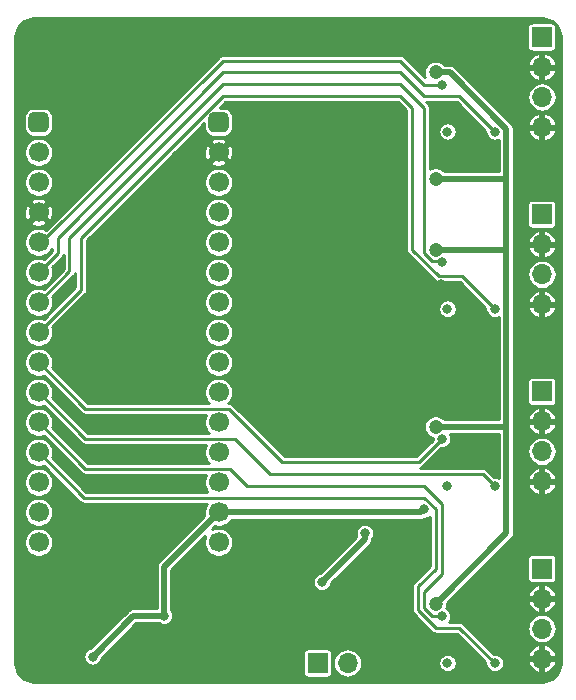
<source format=gbr>
G04 #@! TF.GenerationSoftware,KiCad,Pcbnew,(5.1.0)-1*
G04 #@! TF.CreationDate,2019-09-26T00:11:47-07:00*
G04 #@! TF.ProjectId,design,64657369-676e-42e6-9b69-6361645f7063,rev?*
G04 #@! TF.SameCoordinates,Original*
G04 #@! TF.FileFunction,Copper,L2,Bot*
G04 #@! TF.FilePolarity,Positive*
%FSLAX46Y46*%
G04 Gerber Fmt 4.6, Leading zero omitted, Abs format (unit mm)*
G04 Created by KiCad (PCBNEW (5.1.0)-1) date 2019-09-26 00:11:47*
%MOMM*%
%LPD*%
G04 APERTURE LIST*
%ADD10C,0.100000*%
%ADD11C,1.700000*%
%ADD12R,1.700000X1.700000*%
%ADD13O,1.700000X1.700000*%
%ADD14C,0.800000*%
%ADD15C,1.200000*%
%ADD16C,0.250000*%
%ADD17C,0.500000*%
%ADD18C,0.254000*%
G04 APERTURE END LIST*
D10*
G36*
X122846657Y-37372046D02*
G01*
X122887913Y-37378166D01*
X122928371Y-37388300D01*
X122967640Y-37402351D01*
X123005344Y-37420183D01*
X123041117Y-37441625D01*
X123074617Y-37466471D01*
X123105520Y-37494480D01*
X123133529Y-37525383D01*
X123158375Y-37558883D01*
X123179817Y-37594656D01*
X123197649Y-37632360D01*
X123211700Y-37671629D01*
X123221834Y-37712087D01*
X123227954Y-37753343D01*
X123230000Y-37795000D01*
X123230000Y-38645000D01*
X123227954Y-38686657D01*
X123221834Y-38727913D01*
X123211700Y-38768371D01*
X123197649Y-38807640D01*
X123179817Y-38845344D01*
X123158375Y-38881117D01*
X123133529Y-38914617D01*
X123105520Y-38945520D01*
X123074617Y-38973529D01*
X123041117Y-38998375D01*
X123005344Y-39019817D01*
X122967640Y-39037649D01*
X122928371Y-39051700D01*
X122887913Y-39061834D01*
X122846657Y-39067954D01*
X122805000Y-39070000D01*
X121955000Y-39070000D01*
X121913343Y-39067954D01*
X121872087Y-39061834D01*
X121831629Y-39051700D01*
X121792360Y-39037649D01*
X121754656Y-39019817D01*
X121718883Y-38998375D01*
X121685383Y-38973529D01*
X121654480Y-38945520D01*
X121626471Y-38914617D01*
X121601625Y-38881117D01*
X121580183Y-38845344D01*
X121562351Y-38807640D01*
X121548300Y-38768371D01*
X121538166Y-38727913D01*
X121532046Y-38686657D01*
X121530000Y-38645000D01*
X121530000Y-37795000D01*
X121532046Y-37753343D01*
X121538166Y-37712087D01*
X121548300Y-37671629D01*
X121562351Y-37632360D01*
X121580183Y-37594656D01*
X121601625Y-37558883D01*
X121626471Y-37525383D01*
X121654480Y-37494480D01*
X121685383Y-37466471D01*
X121718883Y-37441625D01*
X121754656Y-37420183D01*
X121792360Y-37402351D01*
X121831629Y-37388300D01*
X121872087Y-37378166D01*
X121913343Y-37372046D01*
X121955000Y-37370000D01*
X122805000Y-37370000D01*
X122846657Y-37372046D01*
X122846657Y-37372046D01*
G37*
D11*
X122380000Y-38220000D03*
X122380000Y-40760000D03*
X122380000Y-43300000D03*
X122380000Y-45840000D03*
X122380000Y-48380000D03*
X122380000Y-50920000D03*
X122380000Y-53460000D03*
X122380000Y-56000000D03*
X122380000Y-58540000D03*
X122380000Y-61080000D03*
X122380000Y-63620000D03*
X122380000Y-66160000D03*
X122380000Y-68700000D03*
X122380000Y-71240000D03*
X122380000Y-73780000D03*
D10*
G36*
X138086657Y-37372046D02*
G01*
X138127913Y-37378166D01*
X138168371Y-37388300D01*
X138207640Y-37402351D01*
X138245344Y-37420183D01*
X138281117Y-37441625D01*
X138314617Y-37466471D01*
X138345520Y-37494480D01*
X138373529Y-37525383D01*
X138398375Y-37558883D01*
X138419817Y-37594656D01*
X138437649Y-37632360D01*
X138451700Y-37671629D01*
X138461834Y-37712087D01*
X138467954Y-37753343D01*
X138470000Y-37795000D01*
X138470000Y-38645000D01*
X138467954Y-38686657D01*
X138461834Y-38727913D01*
X138451700Y-38768371D01*
X138437649Y-38807640D01*
X138419817Y-38845344D01*
X138398375Y-38881117D01*
X138373529Y-38914617D01*
X138345520Y-38945520D01*
X138314617Y-38973529D01*
X138281117Y-38998375D01*
X138245344Y-39019817D01*
X138207640Y-39037649D01*
X138168371Y-39051700D01*
X138127913Y-39061834D01*
X138086657Y-39067954D01*
X138045000Y-39070000D01*
X137195000Y-39070000D01*
X137153343Y-39067954D01*
X137112087Y-39061834D01*
X137071629Y-39051700D01*
X137032360Y-39037649D01*
X136994656Y-39019817D01*
X136958883Y-38998375D01*
X136925383Y-38973529D01*
X136894480Y-38945520D01*
X136866471Y-38914617D01*
X136841625Y-38881117D01*
X136820183Y-38845344D01*
X136802351Y-38807640D01*
X136788300Y-38768371D01*
X136778166Y-38727913D01*
X136772046Y-38686657D01*
X136770000Y-38645000D01*
X136770000Y-37795000D01*
X136772046Y-37753343D01*
X136778166Y-37712087D01*
X136788300Y-37671629D01*
X136802351Y-37632360D01*
X136820183Y-37594656D01*
X136841625Y-37558883D01*
X136866471Y-37525383D01*
X136894480Y-37494480D01*
X136925383Y-37466471D01*
X136958883Y-37441625D01*
X136994656Y-37420183D01*
X137032360Y-37402351D01*
X137071629Y-37388300D01*
X137112087Y-37378166D01*
X137153343Y-37372046D01*
X137195000Y-37370000D01*
X138045000Y-37370000D01*
X138086657Y-37372046D01*
X138086657Y-37372046D01*
G37*
D11*
X137620000Y-38220000D03*
X137620000Y-40760000D03*
X137620000Y-43300000D03*
X137620000Y-45840000D03*
X137620000Y-48380000D03*
X137620000Y-50920000D03*
X137620000Y-53460000D03*
X137620000Y-56000000D03*
X137620000Y-58540000D03*
X137620000Y-61080000D03*
X137620000Y-63620000D03*
X137620000Y-66160000D03*
X137620000Y-68700000D03*
X137620000Y-71240000D03*
X137620000Y-73780000D03*
D12*
X146000000Y-84000000D03*
D13*
X148540000Y-84000000D03*
X165000000Y-38620000D03*
X165000000Y-36080000D03*
X165000000Y-33540000D03*
D12*
X165000000Y-31000000D03*
X165000000Y-46000000D03*
D13*
X165000000Y-48540000D03*
X165000000Y-51080000D03*
X165000000Y-53620000D03*
X165000000Y-68620000D03*
X165000000Y-66080000D03*
X165000000Y-63540000D03*
D12*
X165000000Y-61000000D03*
X165000000Y-76000000D03*
D13*
X165000000Y-78540000D03*
X165000000Y-81080000D03*
X165000000Y-83620000D03*
D14*
X156449953Y-36949953D03*
X156449953Y-51949953D03*
X156449953Y-66949953D03*
X156449953Y-81949953D03*
D15*
X151000000Y-66000000D03*
D14*
X147635000Y-77135000D03*
X131500000Y-83000000D03*
X161000000Y-54000000D03*
X156518769Y-35037538D03*
X156518769Y-65037538D03*
X161000000Y-39000000D03*
X161000000Y-84000000D03*
X156518769Y-50037538D03*
X161000000Y-69000000D03*
D15*
X156000000Y-49000000D03*
X156000000Y-64000000D03*
X156000000Y-79000000D03*
D14*
X156518769Y-80037538D03*
D15*
X156000000Y-33989990D03*
X156000008Y-43000000D03*
D14*
X146365000Y-77135000D03*
X150000000Y-73000000D03*
X126950000Y-83450000D03*
X133000000Y-80000000D03*
X157000000Y-54000000D03*
X157000000Y-39000000D03*
X157000000Y-69000000D03*
X157000000Y-84000000D03*
X155000000Y-71000000D03*
D16*
X158000000Y-36000000D02*
X161000000Y-39000000D01*
X124000000Y-49300000D02*
X124000000Y-48000000D01*
X122380000Y-50920000D02*
X124000000Y-49300000D01*
X124000000Y-48000000D02*
X138000000Y-34000000D01*
X138000000Y-34000000D02*
X153000000Y-34000000D01*
X153000000Y-34000000D02*
X155000000Y-36000000D01*
X155000000Y-36000000D02*
X158000000Y-36000000D01*
X160500000Y-68500000D02*
X161000000Y-69000000D01*
X160000000Y-68000000D02*
X160500000Y-68500000D01*
X141950002Y-68000000D02*
X160000000Y-68000000D01*
X138975001Y-65024999D02*
X141950002Y-68000000D01*
X126324999Y-65024999D02*
X138975001Y-65024999D01*
X122380000Y-61080000D02*
X126324999Y-65024999D01*
D17*
X156481231Y-35000000D02*
X156518769Y-35037538D01*
D16*
X155037538Y-35037538D02*
X156518769Y-35037538D01*
X153000000Y-33000000D02*
X155037538Y-35037538D01*
X138000000Y-33000000D02*
X153000000Y-33000000D01*
X122380000Y-48380000D02*
X122620000Y-48380000D01*
X122620000Y-48380000D02*
X138000000Y-33000000D01*
X126324999Y-67564999D02*
X122380000Y-63620000D01*
X138564999Y-67564999D02*
X126324999Y-67564999D01*
X140000000Y-69000000D02*
X138564999Y-67564999D01*
X156518769Y-80037538D02*
X155727736Y-80037538D01*
X155000000Y-79309802D02*
X155000000Y-78000000D01*
X155000000Y-78000000D02*
X156500000Y-76500000D01*
X156500000Y-76500000D02*
X156500000Y-70500000D01*
X155000000Y-69000000D02*
X140000000Y-69000000D01*
X155727736Y-80037538D02*
X155000000Y-79309802D01*
X156500000Y-70500000D02*
X155000000Y-69000000D01*
X122380000Y-53460000D02*
X125000000Y-50840000D01*
X125000000Y-50840000D02*
X125000000Y-48000000D01*
X125000000Y-48000000D02*
X138000000Y-35000000D01*
X138000000Y-35000000D02*
X153000000Y-35000000D01*
X153000000Y-35000000D02*
X155000000Y-37000000D01*
X155000000Y-49309802D02*
X155690198Y-50000000D01*
X155000000Y-37000000D02*
X155000000Y-49309802D01*
X156481231Y-50000000D02*
X156518769Y-50037538D01*
X155690198Y-50000000D02*
X156481231Y-50000000D01*
D17*
X162000000Y-73000000D02*
X156000000Y-79000000D01*
X156000000Y-64000000D02*
X162000000Y-64000000D01*
X162000000Y-64000000D02*
X162000000Y-73000000D01*
X156000000Y-49000000D02*
X162000000Y-49000000D01*
X162000000Y-46000000D02*
X162000000Y-49000000D01*
X162000000Y-49000000D02*
X162000000Y-64000000D01*
X162000000Y-38801198D02*
X157188792Y-33989990D01*
X157188792Y-33989990D02*
X156000000Y-33989990D01*
X156000008Y-43000000D02*
X162000000Y-43000000D01*
X162000000Y-46000000D02*
X162000000Y-43000000D01*
X162000000Y-43000000D02*
X162000000Y-38801198D01*
X150000000Y-73500000D02*
X150000000Y-73000000D01*
X146365000Y-77135000D02*
X150000000Y-73500000D01*
D16*
X154556307Y-67000000D02*
X156518769Y-65037538D01*
X143000000Y-67000000D02*
X154556307Y-67000000D01*
X138484999Y-62484999D02*
X143000000Y-67000000D01*
X122380000Y-58540000D02*
X126324999Y-62484999D01*
X126324999Y-62484999D02*
X138484999Y-62484999D01*
X158000000Y-81000000D02*
X161000000Y-84000000D01*
X156000000Y-81000000D02*
X158000000Y-81000000D01*
X126220000Y-70000000D02*
X155000000Y-70000000D01*
X122380000Y-66160000D02*
X126220000Y-70000000D01*
X154500000Y-79500000D02*
X156000000Y-81000000D01*
X155000000Y-70000000D02*
X156000000Y-71000000D01*
X156000000Y-71000000D02*
X156000000Y-76000000D01*
X156000000Y-76000000D02*
X154500000Y-77500000D01*
X154500000Y-77500000D02*
X154500000Y-79500000D01*
D17*
X133000000Y-75860000D02*
X137620000Y-71240000D01*
X133000000Y-80000000D02*
X133000000Y-75860000D01*
X137620000Y-71240000D02*
X154760000Y-71240000D01*
X154760000Y-71240000D02*
X155000000Y-71000000D01*
X130400000Y-80000000D02*
X133000000Y-80000000D01*
X126950000Y-83450000D02*
X130400000Y-80000000D01*
D16*
X122380000Y-56000000D02*
X126000000Y-52380000D01*
X126000000Y-47985894D02*
X137985894Y-36000000D01*
X126000000Y-52380000D02*
X126000000Y-47985894D01*
X137985894Y-36000000D02*
X153000000Y-36000000D01*
X153000000Y-36000000D02*
X154000000Y-37000000D01*
X154000000Y-37000000D02*
X154000000Y-49000000D01*
X158264952Y-51264952D02*
X161000000Y-54000000D01*
X156264952Y-51264952D02*
X158264952Y-51264952D01*
X154000000Y-49000000D02*
X156264952Y-51264952D01*
D18*
G36*
X165309229Y-29438267D02*
G01*
X165606688Y-29528075D01*
X165881028Y-29673945D01*
X166121813Y-29870325D01*
X166319873Y-30109736D01*
X166467654Y-30383053D01*
X166559535Y-30679872D01*
X166594000Y-31007782D01*
X166594001Y-83980136D01*
X166561733Y-84309230D01*
X166471926Y-84606684D01*
X166326056Y-84881025D01*
X166129675Y-85121813D01*
X165890265Y-85319871D01*
X165616948Y-85467654D01*
X165320128Y-85559535D01*
X164992218Y-85594000D01*
X122019854Y-85594000D01*
X121690770Y-85561733D01*
X121393316Y-85471926D01*
X121118975Y-85326056D01*
X120878187Y-85129675D01*
X120680129Y-84890265D01*
X120532346Y-84616948D01*
X120440465Y-84320128D01*
X120406000Y-83992218D01*
X120406000Y-73658757D01*
X121149000Y-73658757D01*
X121149000Y-73901243D01*
X121196307Y-74139069D01*
X121289102Y-74363097D01*
X121423820Y-74564717D01*
X121595283Y-74736180D01*
X121796903Y-74870898D01*
X122020931Y-74963693D01*
X122258757Y-75011000D01*
X122501243Y-75011000D01*
X122739069Y-74963693D01*
X122963097Y-74870898D01*
X123164717Y-74736180D01*
X123336180Y-74564717D01*
X123470898Y-74363097D01*
X123563693Y-74139069D01*
X123611000Y-73901243D01*
X123611000Y-73658757D01*
X123563693Y-73420931D01*
X123470898Y-73196903D01*
X123336180Y-72995283D01*
X123164717Y-72823820D01*
X122963097Y-72689102D01*
X122739069Y-72596307D01*
X122501243Y-72549000D01*
X122258757Y-72549000D01*
X122020931Y-72596307D01*
X121796903Y-72689102D01*
X121595283Y-72823820D01*
X121423820Y-72995283D01*
X121289102Y-73196903D01*
X121196307Y-73420931D01*
X121149000Y-73658757D01*
X120406000Y-73658757D01*
X120406000Y-71118757D01*
X121149000Y-71118757D01*
X121149000Y-71361243D01*
X121196307Y-71599069D01*
X121289102Y-71823097D01*
X121423820Y-72024717D01*
X121595283Y-72196180D01*
X121796903Y-72330898D01*
X122020931Y-72423693D01*
X122258757Y-72471000D01*
X122501243Y-72471000D01*
X122739069Y-72423693D01*
X122963097Y-72330898D01*
X123164717Y-72196180D01*
X123336180Y-72024717D01*
X123470898Y-71823097D01*
X123563693Y-71599069D01*
X123611000Y-71361243D01*
X123611000Y-71118757D01*
X123563693Y-70880931D01*
X123470898Y-70656903D01*
X123336180Y-70455283D01*
X123164717Y-70283820D01*
X122963097Y-70149102D01*
X122739069Y-70056307D01*
X122501243Y-70009000D01*
X122258757Y-70009000D01*
X122020931Y-70056307D01*
X121796903Y-70149102D01*
X121595283Y-70283820D01*
X121423820Y-70455283D01*
X121289102Y-70656903D01*
X121196307Y-70880931D01*
X121149000Y-71118757D01*
X120406000Y-71118757D01*
X120406000Y-68578757D01*
X121149000Y-68578757D01*
X121149000Y-68821243D01*
X121196307Y-69059069D01*
X121289102Y-69283097D01*
X121423820Y-69484717D01*
X121595283Y-69656180D01*
X121796903Y-69790898D01*
X122020931Y-69883693D01*
X122258757Y-69931000D01*
X122501243Y-69931000D01*
X122739069Y-69883693D01*
X122963097Y-69790898D01*
X123164717Y-69656180D01*
X123336180Y-69484717D01*
X123470898Y-69283097D01*
X123563693Y-69059069D01*
X123611000Y-68821243D01*
X123611000Y-68578757D01*
X123563693Y-68340931D01*
X123470898Y-68116903D01*
X123336180Y-67915283D01*
X123164717Y-67743820D01*
X122963097Y-67609102D01*
X122739069Y-67516307D01*
X122501243Y-67469000D01*
X122258757Y-67469000D01*
X122020931Y-67516307D01*
X121796903Y-67609102D01*
X121595283Y-67743820D01*
X121423820Y-67915283D01*
X121289102Y-68116903D01*
X121196307Y-68340931D01*
X121149000Y-68578757D01*
X120406000Y-68578757D01*
X120406000Y-48258757D01*
X121149000Y-48258757D01*
X121149000Y-48501243D01*
X121196307Y-48739069D01*
X121289102Y-48963097D01*
X121423820Y-49164717D01*
X121595283Y-49336180D01*
X121796903Y-49470898D01*
X122020931Y-49563693D01*
X122258757Y-49611000D01*
X122501243Y-49611000D01*
X122739069Y-49563693D01*
X122963097Y-49470898D01*
X123164717Y-49336180D01*
X123336180Y-49164717D01*
X123470898Y-48963097D01*
X123494000Y-48907323D01*
X123494000Y-49090408D01*
X122816167Y-49768242D01*
X122739069Y-49736307D01*
X122501243Y-49689000D01*
X122258757Y-49689000D01*
X122020931Y-49736307D01*
X121796903Y-49829102D01*
X121595283Y-49963820D01*
X121423820Y-50135283D01*
X121289102Y-50336903D01*
X121196307Y-50560931D01*
X121149000Y-50798757D01*
X121149000Y-51041243D01*
X121196307Y-51279069D01*
X121289102Y-51503097D01*
X121423820Y-51704717D01*
X121595283Y-51876180D01*
X121796903Y-52010898D01*
X122020931Y-52103693D01*
X122258757Y-52151000D01*
X122501243Y-52151000D01*
X122739069Y-52103693D01*
X122963097Y-52010898D01*
X123164717Y-51876180D01*
X123336180Y-51704717D01*
X123470898Y-51503097D01*
X123563693Y-51279069D01*
X123611000Y-51041243D01*
X123611000Y-50798757D01*
X123563693Y-50560931D01*
X123531758Y-50483833D01*
X124340220Y-49675372D01*
X124359527Y-49659527D01*
X124422759Y-49582479D01*
X124469745Y-49494575D01*
X124494001Y-49414613D01*
X124494000Y-50630408D01*
X122816167Y-52308242D01*
X122739069Y-52276307D01*
X122501243Y-52229000D01*
X122258757Y-52229000D01*
X122020931Y-52276307D01*
X121796903Y-52369102D01*
X121595283Y-52503820D01*
X121423820Y-52675283D01*
X121289102Y-52876903D01*
X121196307Y-53100931D01*
X121149000Y-53338757D01*
X121149000Y-53581243D01*
X121196307Y-53819069D01*
X121289102Y-54043097D01*
X121423820Y-54244717D01*
X121595283Y-54416180D01*
X121796903Y-54550898D01*
X122020931Y-54643693D01*
X122258757Y-54691000D01*
X122501243Y-54691000D01*
X122739069Y-54643693D01*
X122963097Y-54550898D01*
X123164717Y-54416180D01*
X123336180Y-54244717D01*
X123470898Y-54043097D01*
X123563693Y-53819069D01*
X123611000Y-53581243D01*
X123611000Y-53338757D01*
X123563693Y-53100931D01*
X123531758Y-53023833D01*
X125340220Y-51215372D01*
X125359527Y-51199527D01*
X125422759Y-51122479D01*
X125469745Y-51034575D01*
X125494000Y-50954614D01*
X125494000Y-52170408D01*
X122816167Y-54848242D01*
X122739069Y-54816307D01*
X122501243Y-54769000D01*
X122258757Y-54769000D01*
X122020931Y-54816307D01*
X121796903Y-54909102D01*
X121595283Y-55043820D01*
X121423820Y-55215283D01*
X121289102Y-55416903D01*
X121196307Y-55640931D01*
X121149000Y-55878757D01*
X121149000Y-56121243D01*
X121196307Y-56359069D01*
X121289102Y-56583097D01*
X121423820Y-56784717D01*
X121595283Y-56956180D01*
X121796903Y-57090898D01*
X122020931Y-57183693D01*
X122258757Y-57231000D01*
X122501243Y-57231000D01*
X122739069Y-57183693D01*
X122963097Y-57090898D01*
X123164717Y-56956180D01*
X123336180Y-56784717D01*
X123470898Y-56583097D01*
X123563693Y-56359069D01*
X123611000Y-56121243D01*
X123611000Y-55878757D01*
X136389000Y-55878757D01*
X136389000Y-56121243D01*
X136436307Y-56359069D01*
X136529102Y-56583097D01*
X136663820Y-56784717D01*
X136835283Y-56956180D01*
X137036903Y-57090898D01*
X137260931Y-57183693D01*
X137498757Y-57231000D01*
X137741243Y-57231000D01*
X137979069Y-57183693D01*
X138203097Y-57090898D01*
X138404717Y-56956180D01*
X138576180Y-56784717D01*
X138710898Y-56583097D01*
X138803693Y-56359069D01*
X138851000Y-56121243D01*
X138851000Y-55878757D01*
X138803693Y-55640931D01*
X138710898Y-55416903D01*
X138576180Y-55215283D01*
X138404717Y-55043820D01*
X138203097Y-54909102D01*
X137979069Y-54816307D01*
X137741243Y-54769000D01*
X137498757Y-54769000D01*
X137260931Y-54816307D01*
X137036903Y-54909102D01*
X136835283Y-55043820D01*
X136663820Y-55215283D01*
X136529102Y-55416903D01*
X136436307Y-55640931D01*
X136389000Y-55878757D01*
X123611000Y-55878757D01*
X123563693Y-55640931D01*
X123531758Y-55563833D01*
X125756834Y-53338757D01*
X136389000Y-53338757D01*
X136389000Y-53581243D01*
X136436307Y-53819069D01*
X136529102Y-54043097D01*
X136663820Y-54244717D01*
X136835283Y-54416180D01*
X137036903Y-54550898D01*
X137260931Y-54643693D01*
X137498757Y-54691000D01*
X137741243Y-54691000D01*
X137979069Y-54643693D01*
X138203097Y-54550898D01*
X138404717Y-54416180D01*
X138576180Y-54244717D01*
X138710898Y-54043097D01*
X138760611Y-53923078D01*
X156219000Y-53923078D01*
X156219000Y-54076922D01*
X156249013Y-54227809D01*
X156307887Y-54369942D01*
X156393358Y-54497859D01*
X156502141Y-54606642D01*
X156630058Y-54692113D01*
X156772191Y-54750987D01*
X156923078Y-54781000D01*
X157076922Y-54781000D01*
X157227809Y-54750987D01*
X157369942Y-54692113D01*
X157497859Y-54606642D01*
X157606642Y-54497859D01*
X157692113Y-54369942D01*
X157750987Y-54227809D01*
X157781000Y-54076922D01*
X157781000Y-53923078D01*
X157750987Y-53772191D01*
X157692113Y-53630058D01*
X157606642Y-53502141D01*
X157497859Y-53393358D01*
X157369942Y-53307887D01*
X157227809Y-53249013D01*
X157076922Y-53219000D01*
X156923078Y-53219000D01*
X156772191Y-53249013D01*
X156630058Y-53307887D01*
X156502141Y-53393358D01*
X156393358Y-53502141D01*
X156307887Y-53630058D01*
X156249013Y-53772191D01*
X156219000Y-53923078D01*
X138760611Y-53923078D01*
X138803693Y-53819069D01*
X138851000Y-53581243D01*
X138851000Y-53338757D01*
X138803693Y-53100931D01*
X138710898Y-52876903D01*
X138576180Y-52675283D01*
X138404717Y-52503820D01*
X138203097Y-52369102D01*
X137979069Y-52276307D01*
X137741243Y-52229000D01*
X137498757Y-52229000D01*
X137260931Y-52276307D01*
X137036903Y-52369102D01*
X136835283Y-52503820D01*
X136663820Y-52675283D01*
X136529102Y-52876903D01*
X136436307Y-53100931D01*
X136389000Y-53338757D01*
X125756834Y-53338757D01*
X126340220Y-52755372D01*
X126359527Y-52739527D01*
X126422759Y-52662479D01*
X126469745Y-52574575D01*
X126469745Y-52574574D01*
X126498678Y-52479194D01*
X126499652Y-52469306D01*
X126506000Y-52404854D01*
X126506000Y-52404847D01*
X126508447Y-52380001D01*
X126506000Y-52355155D01*
X126506000Y-50798757D01*
X136389000Y-50798757D01*
X136389000Y-51041243D01*
X136436307Y-51279069D01*
X136529102Y-51503097D01*
X136663820Y-51704717D01*
X136835283Y-51876180D01*
X137036903Y-52010898D01*
X137260931Y-52103693D01*
X137498757Y-52151000D01*
X137741243Y-52151000D01*
X137979069Y-52103693D01*
X138203097Y-52010898D01*
X138404717Y-51876180D01*
X138576180Y-51704717D01*
X138710898Y-51503097D01*
X138803693Y-51279069D01*
X138851000Y-51041243D01*
X138851000Y-50798757D01*
X138803693Y-50560931D01*
X138710898Y-50336903D01*
X138576180Y-50135283D01*
X138404717Y-49963820D01*
X138203097Y-49829102D01*
X137979069Y-49736307D01*
X137741243Y-49689000D01*
X137498757Y-49689000D01*
X137260931Y-49736307D01*
X137036903Y-49829102D01*
X136835283Y-49963820D01*
X136663820Y-50135283D01*
X136529102Y-50336903D01*
X136436307Y-50560931D01*
X136389000Y-50798757D01*
X126506000Y-50798757D01*
X126506000Y-48258757D01*
X136389000Y-48258757D01*
X136389000Y-48501243D01*
X136436307Y-48739069D01*
X136529102Y-48963097D01*
X136663820Y-49164717D01*
X136835283Y-49336180D01*
X137036903Y-49470898D01*
X137260931Y-49563693D01*
X137498757Y-49611000D01*
X137741243Y-49611000D01*
X137979069Y-49563693D01*
X138203097Y-49470898D01*
X138404717Y-49336180D01*
X138576180Y-49164717D01*
X138710898Y-48963097D01*
X138803693Y-48739069D01*
X138851000Y-48501243D01*
X138851000Y-48258757D01*
X138803693Y-48020931D01*
X138710898Y-47796903D01*
X138576180Y-47595283D01*
X138404717Y-47423820D01*
X138203097Y-47289102D01*
X137979069Y-47196307D01*
X137741243Y-47149000D01*
X137498757Y-47149000D01*
X137260931Y-47196307D01*
X137036903Y-47289102D01*
X136835283Y-47423820D01*
X136663820Y-47595283D01*
X136529102Y-47796903D01*
X136436307Y-48020931D01*
X136389000Y-48258757D01*
X126506000Y-48258757D01*
X126506000Y-48195485D01*
X128982728Y-45718757D01*
X136389000Y-45718757D01*
X136389000Y-45961243D01*
X136436307Y-46199069D01*
X136529102Y-46423097D01*
X136663820Y-46624717D01*
X136835283Y-46796180D01*
X137036903Y-46930898D01*
X137260931Y-47023693D01*
X137498757Y-47071000D01*
X137741243Y-47071000D01*
X137979069Y-47023693D01*
X138203097Y-46930898D01*
X138404717Y-46796180D01*
X138576180Y-46624717D01*
X138710898Y-46423097D01*
X138803693Y-46199069D01*
X138851000Y-45961243D01*
X138851000Y-45718757D01*
X138803693Y-45480931D01*
X138710898Y-45256903D01*
X138576180Y-45055283D01*
X138404717Y-44883820D01*
X138203097Y-44749102D01*
X137979069Y-44656307D01*
X137741243Y-44609000D01*
X137498757Y-44609000D01*
X137260931Y-44656307D01*
X137036903Y-44749102D01*
X136835283Y-44883820D01*
X136663820Y-45055283D01*
X136529102Y-45256903D01*
X136436307Y-45480931D01*
X136389000Y-45718757D01*
X128982728Y-45718757D01*
X131522728Y-43178757D01*
X136389000Y-43178757D01*
X136389000Y-43421243D01*
X136436307Y-43659069D01*
X136529102Y-43883097D01*
X136663820Y-44084717D01*
X136835283Y-44256180D01*
X137036903Y-44390898D01*
X137260931Y-44483693D01*
X137498757Y-44531000D01*
X137741243Y-44531000D01*
X137979069Y-44483693D01*
X138203097Y-44390898D01*
X138404717Y-44256180D01*
X138576180Y-44084717D01*
X138710898Y-43883097D01*
X138803693Y-43659069D01*
X138851000Y-43421243D01*
X138851000Y-43178757D01*
X138803693Y-42940931D01*
X138710898Y-42716903D01*
X138576180Y-42515283D01*
X138404717Y-42343820D01*
X138203097Y-42209102D01*
X137979069Y-42116307D01*
X137741243Y-42069000D01*
X137498757Y-42069000D01*
X137260931Y-42116307D01*
X137036903Y-42209102D01*
X136835283Y-42343820D01*
X136663820Y-42515283D01*
X136529102Y-42716903D01*
X136436307Y-42940931D01*
X136389000Y-43178757D01*
X131522728Y-43178757D01*
X133049385Y-41652100D01*
X136907505Y-41652100D01*
X136999523Y-41830078D01*
X137220207Y-41930566D01*
X137456255Y-41986069D01*
X137698596Y-41994456D01*
X137937917Y-41955402D01*
X138165020Y-41870411D01*
X138240477Y-41830078D01*
X138332495Y-41652100D01*
X137620000Y-40939605D01*
X136907505Y-41652100D01*
X133049385Y-41652100D01*
X133862889Y-40838596D01*
X136385544Y-40838596D01*
X136424598Y-41077917D01*
X136509589Y-41305020D01*
X136549922Y-41380477D01*
X136727900Y-41472495D01*
X137440395Y-40760000D01*
X137799605Y-40760000D01*
X138512100Y-41472495D01*
X138690078Y-41380477D01*
X138790566Y-41159793D01*
X138846069Y-40923745D01*
X138854456Y-40681404D01*
X138815402Y-40442083D01*
X138730411Y-40214980D01*
X138690078Y-40139523D01*
X138512100Y-40047505D01*
X137799605Y-40760000D01*
X137440395Y-40760000D01*
X136727900Y-40047505D01*
X136549922Y-40139523D01*
X136449434Y-40360207D01*
X136393931Y-40596255D01*
X136385544Y-40838596D01*
X133862889Y-40838596D01*
X134833585Y-39867900D01*
X136907505Y-39867900D01*
X137620000Y-40580395D01*
X138332495Y-39867900D01*
X138240477Y-39689922D01*
X138019793Y-39589434D01*
X137783745Y-39533931D01*
X137541404Y-39525544D01*
X137302083Y-39564598D01*
X137074980Y-39649589D01*
X136999523Y-39689922D01*
X136907505Y-39867900D01*
X134833585Y-39867900D01*
X136387157Y-38314329D01*
X136387157Y-38645000D01*
X136402679Y-38802602D01*
X136448650Y-38954148D01*
X136523303Y-39093814D01*
X136623769Y-39216231D01*
X136746186Y-39316697D01*
X136885852Y-39391350D01*
X137037398Y-39437321D01*
X137195000Y-39452843D01*
X138045000Y-39452843D01*
X138202602Y-39437321D01*
X138354148Y-39391350D01*
X138493814Y-39316697D01*
X138616231Y-39216231D01*
X138716697Y-39093814D01*
X138791350Y-38954148D01*
X138837321Y-38802602D01*
X138852843Y-38645000D01*
X138852843Y-37795000D01*
X138837321Y-37637398D01*
X138791350Y-37485852D01*
X138716697Y-37346186D01*
X138616231Y-37223769D01*
X138493814Y-37123303D01*
X138354148Y-37048650D01*
X138202602Y-37002679D01*
X138045000Y-36987157D01*
X137714329Y-36987157D01*
X138195486Y-36506000D01*
X152790409Y-36506000D01*
X153494000Y-37209592D01*
X153494001Y-48975144D01*
X153491553Y-49000000D01*
X153501322Y-49099192D01*
X153530255Y-49194574D01*
X153538827Y-49210610D01*
X153577242Y-49282479D01*
X153640474Y-49359527D01*
X153659781Y-49375372D01*
X155889580Y-51605172D01*
X155905425Y-51624479D01*
X155982473Y-51687711D01*
X156070377Y-51734697D01*
X156165759Y-51763630D01*
X156264952Y-51773400D01*
X156289806Y-51770952D01*
X158055361Y-51770952D01*
X160219000Y-53934592D01*
X160219000Y-54076922D01*
X160249013Y-54227809D01*
X160307887Y-54369942D01*
X160393358Y-54497859D01*
X160502141Y-54606642D01*
X160630058Y-54692113D01*
X160772191Y-54750987D01*
X160923078Y-54781000D01*
X161076922Y-54781000D01*
X161227809Y-54750987D01*
X161369000Y-54692503D01*
X161369001Y-63369000D01*
X156756344Y-63369000D01*
X156625351Y-63238007D01*
X156464678Y-63130649D01*
X156286147Y-63056699D01*
X156096620Y-63019000D01*
X155903380Y-63019000D01*
X155713853Y-63056699D01*
X155535322Y-63130649D01*
X155374649Y-63238007D01*
X155238007Y-63374649D01*
X155130649Y-63535322D01*
X155056699Y-63713853D01*
X155019000Y-63903380D01*
X155019000Y-64096620D01*
X155056699Y-64286147D01*
X155130649Y-64464678D01*
X155238007Y-64625351D01*
X155374649Y-64761993D01*
X155535322Y-64869351D01*
X155713853Y-64943301D01*
X155740172Y-64948536D01*
X155737769Y-64960616D01*
X155737769Y-65102946D01*
X154346716Y-66494000D01*
X143209592Y-66494000D01*
X138860375Y-62144784D01*
X138844526Y-62125472D01*
X138767478Y-62062240D01*
X138679574Y-62015254D01*
X138584192Y-61986321D01*
X138509853Y-61978999D01*
X138509845Y-61978999D01*
X138484999Y-61976552D01*
X138462089Y-61978808D01*
X138576180Y-61864717D01*
X138710898Y-61663097D01*
X138803693Y-61439069D01*
X138851000Y-61201243D01*
X138851000Y-60958757D01*
X138803693Y-60720931D01*
X138710898Y-60496903D01*
X138576180Y-60295283D01*
X138404717Y-60123820D01*
X138203097Y-59989102D01*
X137979069Y-59896307D01*
X137741243Y-59849000D01*
X137498757Y-59849000D01*
X137260931Y-59896307D01*
X137036903Y-59989102D01*
X136835283Y-60123820D01*
X136663820Y-60295283D01*
X136529102Y-60496903D01*
X136436307Y-60720931D01*
X136389000Y-60958757D01*
X136389000Y-61201243D01*
X136436307Y-61439069D01*
X136529102Y-61663097D01*
X136663820Y-61864717D01*
X136778102Y-61978999D01*
X126534591Y-61978999D01*
X123531758Y-58976167D01*
X123563693Y-58899069D01*
X123611000Y-58661243D01*
X123611000Y-58418757D01*
X136389000Y-58418757D01*
X136389000Y-58661243D01*
X136436307Y-58899069D01*
X136529102Y-59123097D01*
X136663820Y-59324717D01*
X136835283Y-59496180D01*
X137036903Y-59630898D01*
X137260931Y-59723693D01*
X137498757Y-59771000D01*
X137741243Y-59771000D01*
X137979069Y-59723693D01*
X138203097Y-59630898D01*
X138404717Y-59496180D01*
X138576180Y-59324717D01*
X138710898Y-59123097D01*
X138803693Y-58899069D01*
X138851000Y-58661243D01*
X138851000Y-58418757D01*
X138803693Y-58180931D01*
X138710898Y-57956903D01*
X138576180Y-57755283D01*
X138404717Y-57583820D01*
X138203097Y-57449102D01*
X137979069Y-57356307D01*
X137741243Y-57309000D01*
X137498757Y-57309000D01*
X137260931Y-57356307D01*
X137036903Y-57449102D01*
X136835283Y-57583820D01*
X136663820Y-57755283D01*
X136529102Y-57956903D01*
X136436307Y-58180931D01*
X136389000Y-58418757D01*
X123611000Y-58418757D01*
X123563693Y-58180931D01*
X123470898Y-57956903D01*
X123336180Y-57755283D01*
X123164717Y-57583820D01*
X122963097Y-57449102D01*
X122739069Y-57356307D01*
X122501243Y-57309000D01*
X122258757Y-57309000D01*
X122020931Y-57356307D01*
X121796903Y-57449102D01*
X121595283Y-57583820D01*
X121423820Y-57755283D01*
X121289102Y-57956903D01*
X121196307Y-58180931D01*
X121149000Y-58418757D01*
X121149000Y-58661243D01*
X121196307Y-58899069D01*
X121289102Y-59123097D01*
X121423820Y-59324717D01*
X121595283Y-59496180D01*
X121796903Y-59630898D01*
X122020931Y-59723693D01*
X122258757Y-59771000D01*
X122501243Y-59771000D01*
X122739069Y-59723693D01*
X122816167Y-59691758D01*
X125949627Y-62825219D01*
X125965472Y-62844526D01*
X126042520Y-62907758D01*
X126130424Y-62954744D01*
X126225805Y-62983677D01*
X126235693Y-62984651D01*
X126300145Y-62990999D01*
X126300152Y-62990999D01*
X126324998Y-62993446D01*
X126349844Y-62990999D01*
X136559774Y-62990999D01*
X136529102Y-63036903D01*
X136436307Y-63260931D01*
X136389000Y-63498757D01*
X136389000Y-63741243D01*
X136436307Y-63979069D01*
X136529102Y-64203097D01*
X136663820Y-64404717D01*
X136778102Y-64518999D01*
X126534591Y-64518999D01*
X123531758Y-61516167D01*
X123563693Y-61439069D01*
X123611000Y-61201243D01*
X123611000Y-60958757D01*
X123563693Y-60720931D01*
X123470898Y-60496903D01*
X123336180Y-60295283D01*
X123164717Y-60123820D01*
X122963097Y-59989102D01*
X122739069Y-59896307D01*
X122501243Y-59849000D01*
X122258757Y-59849000D01*
X122020931Y-59896307D01*
X121796903Y-59989102D01*
X121595283Y-60123820D01*
X121423820Y-60295283D01*
X121289102Y-60496903D01*
X121196307Y-60720931D01*
X121149000Y-60958757D01*
X121149000Y-61201243D01*
X121196307Y-61439069D01*
X121289102Y-61663097D01*
X121423820Y-61864717D01*
X121595283Y-62036180D01*
X121796903Y-62170898D01*
X122020931Y-62263693D01*
X122258757Y-62311000D01*
X122501243Y-62311000D01*
X122739069Y-62263693D01*
X122816167Y-62231758D01*
X125949627Y-65365219D01*
X125965472Y-65384526D01*
X126042520Y-65447758D01*
X126130424Y-65494744D01*
X126225805Y-65523677D01*
X126235693Y-65524651D01*
X126300145Y-65530999D01*
X126300152Y-65530999D01*
X126324998Y-65533446D01*
X126349844Y-65530999D01*
X136559774Y-65530999D01*
X136529102Y-65576903D01*
X136436307Y-65800931D01*
X136389000Y-66038757D01*
X136389000Y-66281243D01*
X136436307Y-66519069D01*
X136529102Y-66743097D01*
X136663820Y-66944717D01*
X136778102Y-67058999D01*
X126534591Y-67058999D01*
X123531758Y-64056167D01*
X123563693Y-63979069D01*
X123611000Y-63741243D01*
X123611000Y-63498757D01*
X123563693Y-63260931D01*
X123470898Y-63036903D01*
X123336180Y-62835283D01*
X123164717Y-62663820D01*
X122963097Y-62529102D01*
X122739069Y-62436307D01*
X122501243Y-62389000D01*
X122258757Y-62389000D01*
X122020931Y-62436307D01*
X121796903Y-62529102D01*
X121595283Y-62663820D01*
X121423820Y-62835283D01*
X121289102Y-63036903D01*
X121196307Y-63260931D01*
X121149000Y-63498757D01*
X121149000Y-63741243D01*
X121196307Y-63979069D01*
X121289102Y-64203097D01*
X121423820Y-64404717D01*
X121595283Y-64576180D01*
X121796903Y-64710898D01*
X122020931Y-64803693D01*
X122258757Y-64851000D01*
X122501243Y-64851000D01*
X122739069Y-64803693D01*
X122816167Y-64771758D01*
X125949627Y-67905219D01*
X125965472Y-67924526D01*
X126042520Y-67987758D01*
X126122026Y-68030255D01*
X126130424Y-68034744D01*
X126225805Y-68063677D01*
X126235693Y-68064651D01*
X126300145Y-68070999D01*
X126300152Y-68070999D01*
X126324998Y-68073446D01*
X126349844Y-68070999D01*
X136559774Y-68070999D01*
X136529102Y-68116903D01*
X136436307Y-68340931D01*
X136389000Y-68578757D01*
X136389000Y-68821243D01*
X136436307Y-69059069D01*
X136529102Y-69283097D01*
X136663820Y-69484717D01*
X136673103Y-69494000D01*
X126429592Y-69494000D01*
X123531758Y-66596167D01*
X123563693Y-66519069D01*
X123611000Y-66281243D01*
X123611000Y-66038757D01*
X123563693Y-65800931D01*
X123470898Y-65576903D01*
X123336180Y-65375283D01*
X123164717Y-65203820D01*
X122963097Y-65069102D01*
X122739069Y-64976307D01*
X122501243Y-64929000D01*
X122258757Y-64929000D01*
X122020931Y-64976307D01*
X121796903Y-65069102D01*
X121595283Y-65203820D01*
X121423820Y-65375283D01*
X121289102Y-65576903D01*
X121196307Y-65800931D01*
X121149000Y-66038757D01*
X121149000Y-66281243D01*
X121196307Y-66519069D01*
X121289102Y-66743097D01*
X121423820Y-66944717D01*
X121595283Y-67116180D01*
X121796903Y-67250898D01*
X122020931Y-67343693D01*
X122258757Y-67391000D01*
X122501243Y-67391000D01*
X122739069Y-67343693D01*
X122816167Y-67311758D01*
X125844628Y-70340220D01*
X125860473Y-70359527D01*
X125937521Y-70422759D01*
X126025425Y-70469745D01*
X126120807Y-70498678D01*
X126195146Y-70506000D01*
X126195153Y-70506000D01*
X126219999Y-70508447D01*
X126244845Y-70506000D01*
X136629932Y-70506000D01*
X136529102Y-70656903D01*
X136436307Y-70880931D01*
X136389000Y-71118757D01*
X136389000Y-71361243D01*
X136425067Y-71542564D01*
X132575733Y-75391899D01*
X132551658Y-75411657D01*
X132531900Y-75435732D01*
X132531897Y-75435735D01*
X132472804Y-75507740D01*
X132414211Y-75617359D01*
X132378130Y-75736303D01*
X132365948Y-75860000D01*
X132369001Y-75891000D01*
X132369000Y-79369000D01*
X130430990Y-79369000D01*
X130400000Y-79365948D01*
X130369009Y-79369000D01*
X130369002Y-79369000D01*
X130276302Y-79378130D01*
X130157358Y-79414211D01*
X130047739Y-79472804D01*
X129976172Y-79531538D01*
X129951657Y-79551657D01*
X129931899Y-79575732D01*
X126830079Y-82677553D01*
X126722191Y-82699013D01*
X126580058Y-82757887D01*
X126452141Y-82843358D01*
X126343358Y-82952141D01*
X126257887Y-83080058D01*
X126199013Y-83222191D01*
X126169000Y-83373078D01*
X126169000Y-83526922D01*
X126199013Y-83677809D01*
X126257887Y-83819942D01*
X126343358Y-83947859D01*
X126452141Y-84056642D01*
X126580058Y-84142113D01*
X126722191Y-84200987D01*
X126873078Y-84231000D01*
X127026922Y-84231000D01*
X127177809Y-84200987D01*
X127319942Y-84142113D01*
X127447859Y-84056642D01*
X127556642Y-83947859D01*
X127642113Y-83819942D01*
X127700987Y-83677809D01*
X127722447Y-83569921D01*
X128142368Y-83150000D01*
X144767157Y-83150000D01*
X144767157Y-84850000D01*
X144774513Y-84924689D01*
X144796299Y-84996508D01*
X144831678Y-85062696D01*
X144879289Y-85120711D01*
X144937304Y-85168322D01*
X145003492Y-85203701D01*
X145075311Y-85225487D01*
X145150000Y-85232843D01*
X146850000Y-85232843D01*
X146924689Y-85225487D01*
X146996508Y-85203701D01*
X147062696Y-85168322D01*
X147120711Y-85120711D01*
X147168322Y-85062696D01*
X147203701Y-84996508D01*
X147225487Y-84924689D01*
X147232843Y-84850000D01*
X147232843Y-84000000D01*
X147303044Y-84000000D01*
X147326812Y-84241318D01*
X147397202Y-84473363D01*
X147511509Y-84687216D01*
X147665340Y-84874660D01*
X147852784Y-85028491D01*
X148066637Y-85142798D01*
X148298682Y-85213188D01*
X148479528Y-85231000D01*
X148600472Y-85231000D01*
X148781318Y-85213188D01*
X149013363Y-85142798D01*
X149227216Y-85028491D01*
X149414660Y-84874660D01*
X149568491Y-84687216D01*
X149682798Y-84473363D01*
X149753188Y-84241318D01*
X149776956Y-84000000D01*
X149769380Y-83923078D01*
X156219000Y-83923078D01*
X156219000Y-84076922D01*
X156249013Y-84227809D01*
X156307887Y-84369942D01*
X156393358Y-84497859D01*
X156502141Y-84606642D01*
X156630058Y-84692113D01*
X156772191Y-84750987D01*
X156923078Y-84781000D01*
X157076922Y-84781000D01*
X157227809Y-84750987D01*
X157369942Y-84692113D01*
X157497859Y-84606642D01*
X157606642Y-84497859D01*
X157692113Y-84369942D01*
X157750987Y-84227809D01*
X157781000Y-84076922D01*
X157781000Y-83923078D01*
X157750987Y-83772191D01*
X157692113Y-83630058D01*
X157606642Y-83502141D01*
X157497859Y-83393358D01*
X157369942Y-83307887D01*
X157227809Y-83249013D01*
X157076922Y-83219000D01*
X156923078Y-83219000D01*
X156772191Y-83249013D01*
X156630058Y-83307887D01*
X156502141Y-83393358D01*
X156393358Y-83502141D01*
X156307887Y-83630058D01*
X156249013Y-83772191D01*
X156219000Y-83923078D01*
X149769380Y-83923078D01*
X149753188Y-83758682D01*
X149682798Y-83526637D01*
X149568491Y-83312784D01*
X149414660Y-83125340D01*
X149227216Y-82971509D01*
X149013363Y-82857202D01*
X148781318Y-82786812D01*
X148600472Y-82769000D01*
X148479528Y-82769000D01*
X148298682Y-82786812D01*
X148066637Y-82857202D01*
X147852784Y-82971509D01*
X147665340Y-83125340D01*
X147511509Y-83312784D01*
X147397202Y-83526637D01*
X147326812Y-83758682D01*
X147303044Y-84000000D01*
X147232843Y-84000000D01*
X147232843Y-83150000D01*
X147225487Y-83075311D01*
X147203701Y-83003492D01*
X147168322Y-82937304D01*
X147120711Y-82879289D01*
X147062696Y-82831678D01*
X146996508Y-82796299D01*
X146924689Y-82774513D01*
X146850000Y-82767157D01*
X145150000Y-82767157D01*
X145075311Y-82774513D01*
X145003492Y-82796299D01*
X144937304Y-82831678D01*
X144879289Y-82879289D01*
X144831678Y-82937304D01*
X144796299Y-83003492D01*
X144774513Y-83075311D01*
X144767157Y-83150000D01*
X128142368Y-83150000D01*
X130661369Y-80631000D01*
X132538595Y-80631000D01*
X132630058Y-80692113D01*
X132772191Y-80750987D01*
X132923078Y-80781000D01*
X133076922Y-80781000D01*
X133227809Y-80750987D01*
X133369942Y-80692113D01*
X133497859Y-80606642D01*
X133606642Y-80497859D01*
X133692113Y-80369942D01*
X133750987Y-80227809D01*
X133781000Y-80076922D01*
X133781000Y-79923078D01*
X133750987Y-79772191D01*
X133692113Y-79630058D01*
X133631000Y-79538595D01*
X133631000Y-77058078D01*
X145584000Y-77058078D01*
X145584000Y-77211922D01*
X145614013Y-77362809D01*
X145672887Y-77504942D01*
X145758358Y-77632859D01*
X145867141Y-77741642D01*
X145995058Y-77827113D01*
X146137191Y-77885987D01*
X146288078Y-77916000D01*
X146441922Y-77916000D01*
X146592809Y-77885987D01*
X146734942Y-77827113D01*
X146862859Y-77741642D01*
X146971642Y-77632859D01*
X147057113Y-77504942D01*
X147115987Y-77362809D01*
X147137447Y-77254921D01*
X150424269Y-73968100D01*
X150448343Y-73948343D01*
X150527196Y-73852261D01*
X150585789Y-73742642D01*
X150621870Y-73623698D01*
X150631000Y-73530998D01*
X150631000Y-73530989D01*
X150634052Y-73500001D01*
X150631000Y-73469013D01*
X150631000Y-73461405D01*
X150692113Y-73369942D01*
X150750987Y-73227809D01*
X150781000Y-73076922D01*
X150781000Y-72923078D01*
X150750987Y-72772191D01*
X150692113Y-72630058D01*
X150606642Y-72502141D01*
X150497859Y-72393358D01*
X150369942Y-72307887D01*
X150227809Y-72249013D01*
X150076922Y-72219000D01*
X149923078Y-72219000D01*
X149772191Y-72249013D01*
X149630058Y-72307887D01*
X149502141Y-72393358D01*
X149393358Y-72502141D01*
X149307887Y-72630058D01*
X149249013Y-72772191D01*
X149219000Y-72923078D01*
X149219000Y-73076922D01*
X149249013Y-73227809D01*
X149287326Y-73320305D01*
X146245079Y-76362553D01*
X146137191Y-76384013D01*
X145995058Y-76442887D01*
X145867141Y-76528358D01*
X145758358Y-76637141D01*
X145672887Y-76765058D01*
X145614013Y-76907191D01*
X145584000Y-77058078D01*
X133631000Y-77058078D01*
X133631000Y-76121368D01*
X136510460Y-73241908D01*
X136436307Y-73420931D01*
X136389000Y-73658757D01*
X136389000Y-73901243D01*
X136436307Y-74139069D01*
X136529102Y-74363097D01*
X136663820Y-74564717D01*
X136835283Y-74736180D01*
X137036903Y-74870898D01*
X137260931Y-74963693D01*
X137498757Y-75011000D01*
X137741243Y-75011000D01*
X137979069Y-74963693D01*
X138203097Y-74870898D01*
X138404717Y-74736180D01*
X138576180Y-74564717D01*
X138710898Y-74363097D01*
X138803693Y-74139069D01*
X138851000Y-73901243D01*
X138851000Y-73658757D01*
X138803693Y-73420931D01*
X138710898Y-73196903D01*
X138576180Y-72995283D01*
X138404717Y-72823820D01*
X138203097Y-72689102D01*
X137979069Y-72596307D01*
X137741243Y-72549000D01*
X137498757Y-72549000D01*
X137260931Y-72596307D01*
X137081909Y-72670460D01*
X137317436Y-72434933D01*
X137498757Y-72471000D01*
X137741243Y-72471000D01*
X137979069Y-72423693D01*
X138203097Y-72330898D01*
X138404717Y-72196180D01*
X138576180Y-72024717D01*
X138678890Y-71871000D01*
X154729010Y-71871000D01*
X154760000Y-71874052D01*
X154790990Y-71871000D01*
X154790998Y-71871000D01*
X154883698Y-71861870D01*
X155002642Y-71825789D01*
X155092074Y-71777986D01*
X155227809Y-71750987D01*
X155369942Y-71692113D01*
X155494000Y-71609220D01*
X155494001Y-75790407D01*
X154159785Y-77124624D01*
X154140473Y-77140473D01*
X154077241Y-77217521D01*
X154030255Y-77305426D01*
X154001322Y-77400808D01*
X153994000Y-77475147D01*
X153994000Y-77475154D01*
X153991553Y-77500000D01*
X153994000Y-77524846D01*
X153994001Y-79475144D01*
X153991553Y-79500000D01*
X154001322Y-79599192D01*
X154030255Y-79694574D01*
X154030256Y-79694575D01*
X154077242Y-79782479D01*
X154140474Y-79859527D01*
X154159780Y-79875372D01*
X155624628Y-81340220D01*
X155640473Y-81359527D01*
X155717521Y-81422759D01*
X155805425Y-81469745D01*
X155878607Y-81491944D01*
X155900806Y-81498678D01*
X155910694Y-81499652D01*
X155975146Y-81506000D01*
X155975153Y-81506000D01*
X155999999Y-81508447D01*
X156024845Y-81506000D01*
X157790409Y-81506000D01*
X160219000Y-83934592D01*
X160219000Y-84076922D01*
X160249013Y-84227809D01*
X160307887Y-84369942D01*
X160393358Y-84497859D01*
X160502141Y-84606642D01*
X160630058Y-84692113D01*
X160772191Y-84750987D01*
X160923078Y-84781000D01*
X161076922Y-84781000D01*
X161227809Y-84750987D01*
X161369942Y-84692113D01*
X161497859Y-84606642D01*
X161606642Y-84497859D01*
X161692113Y-84369942D01*
X161750987Y-84227809D01*
X161781000Y-84076922D01*
X161781000Y-83936980D01*
X163810511Y-83936980D01*
X163834866Y-84017288D01*
X163934761Y-84236961D01*
X164075592Y-84432924D01*
X164251948Y-84597647D01*
X164457051Y-84724799D01*
X164683019Y-84809495D01*
X164873000Y-84749187D01*
X164873000Y-83747000D01*
X165127000Y-83747000D01*
X165127000Y-84749187D01*
X165316981Y-84809495D01*
X165542949Y-84724799D01*
X165748052Y-84597647D01*
X165924408Y-84432924D01*
X166065239Y-84236961D01*
X166165134Y-84017288D01*
X166189489Y-83936980D01*
X166128627Y-83747000D01*
X165127000Y-83747000D01*
X164873000Y-83747000D01*
X163871373Y-83747000D01*
X163810511Y-83936980D01*
X161781000Y-83936980D01*
X161781000Y-83923078D01*
X161750987Y-83772191D01*
X161692113Y-83630058D01*
X161606642Y-83502141D01*
X161497859Y-83393358D01*
X161369942Y-83307887D01*
X161358193Y-83303020D01*
X163810511Y-83303020D01*
X163871373Y-83493000D01*
X164873000Y-83493000D01*
X164873000Y-82490813D01*
X165127000Y-82490813D01*
X165127000Y-83493000D01*
X166128627Y-83493000D01*
X166189489Y-83303020D01*
X166165134Y-83222712D01*
X166065239Y-83003039D01*
X165924408Y-82807076D01*
X165748052Y-82642353D01*
X165542949Y-82515201D01*
X165316981Y-82430505D01*
X165127000Y-82490813D01*
X164873000Y-82490813D01*
X164683019Y-82430505D01*
X164457051Y-82515201D01*
X164251948Y-82642353D01*
X164075592Y-82807076D01*
X163934761Y-83003039D01*
X163834866Y-83222712D01*
X163810511Y-83303020D01*
X161358193Y-83303020D01*
X161227809Y-83249013D01*
X161076922Y-83219000D01*
X160934592Y-83219000D01*
X158795592Y-81080000D01*
X163763044Y-81080000D01*
X163786812Y-81321318D01*
X163857202Y-81553363D01*
X163971509Y-81767216D01*
X164125340Y-81954660D01*
X164312784Y-82108491D01*
X164526637Y-82222798D01*
X164758682Y-82293188D01*
X164939528Y-82311000D01*
X165060472Y-82311000D01*
X165241318Y-82293188D01*
X165473363Y-82222798D01*
X165687216Y-82108491D01*
X165874660Y-81954660D01*
X166028491Y-81767216D01*
X166142798Y-81553363D01*
X166213188Y-81321318D01*
X166236956Y-81080000D01*
X166213188Y-80838682D01*
X166142798Y-80606637D01*
X166028491Y-80392784D01*
X165874660Y-80205340D01*
X165687216Y-80051509D01*
X165473363Y-79937202D01*
X165241318Y-79866812D01*
X165060472Y-79849000D01*
X164939528Y-79849000D01*
X164758682Y-79866812D01*
X164526637Y-79937202D01*
X164312784Y-80051509D01*
X164125340Y-80205340D01*
X163971509Y-80392784D01*
X163857202Y-80606637D01*
X163786812Y-80838682D01*
X163763044Y-81080000D01*
X158795592Y-81080000D01*
X158375376Y-80659785D01*
X158359527Y-80640473D01*
X158282479Y-80577241D01*
X158194575Y-80530255D01*
X158099193Y-80501322D01*
X158024854Y-80494000D01*
X158024846Y-80494000D01*
X158000000Y-80491553D01*
X157975154Y-80494000D01*
X157153071Y-80494000D01*
X157210882Y-80407480D01*
X157269756Y-80265347D01*
X157299769Y-80114460D01*
X157299769Y-79960616D01*
X157269756Y-79809729D01*
X157210882Y-79667596D01*
X157125411Y-79539679D01*
X157016628Y-79430896D01*
X156912236Y-79361144D01*
X156943301Y-79286147D01*
X156981000Y-79096620D01*
X156981000Y-78911368D01*
X157035388Y-78856980D01*
X163810511Y-78856980D01*
X163834866Y-78937288D01*
X163934761Y-79156961D01*
X164075592Y-79352924D01*
X164251948Y-79517647D01*
X164457051Y-79644799D01*
X164683019Y-79729495D01*
X164873000Y-79669187D01*
X164873000Y-78667000D01*
X165127000Y-78667000D01*
X165127000Y-79669187D01*
X165316981Y-79729495D01*
X165542949Y-79644799D01*
X165748052Y-79517647D01*
X165924408Y-79352924D01*
X166065239Y-79156961D01*
X166165134Y-78937288D01*
X166189489Y-78856980D01*
X166128627Y-78667000D01*
X165127000Y-78667000D01*
X164873000Y-78667000D01*
X163871373Y-78667000D01*
X163810511Y-78856980D01*
X157035388Y-78856980D01*
X157669348Y-78223020D01*
X163810511Y-78223020D01*
X163871373Y-78413000D01*
X164873000Y-78413000D01*
X164873000Y-77410813D01*
X165127000Y-77410813D01*
X165127000Y-78413000D01*
X166128627Y-78413000D01*
X166189489Y-78223020D01*
X166165134Y-78142712D01*
X166065239Y-77923039D01*
X165924408Y-77727076D01*
X165748052Y-77562353D01*
X165542949Y-77435201D01*
X165316981Y-77350505D01*
X165127000Y-77410813D01*
X164873000Y-77410813D01*
X164683019Y-77350505D01*
X164457051Y-77435201D01*
X164251948Y-77562353D01*
X164075592Y-77727076D01*
X163934761Y-77923039D01*
X163834866Y-78142712D01*
X163810511Y-78223020D01*
X157669348Y-78223020D01*
X160742368Y-75150000D01*
X163767157Y-75150000D01*
X163767157Y-76850000D01*
X163774513Y-76924689D01*
X163796299Y-76996508D01*
X163831678Y-77062696D01*
X163879289Y-77120711D01*
X163937304Y-77168322D01*
X164003492Y-77203701D01*
X164075311Y-77225487D01*
X164150000Y-77232843D01*
X165850000Y-77232843D01*
X165924689Y-77225487D01*
X165996508Y-77203701D01*
X166062696Y-77168322D01*
X166120711Y-77120711D01*
X166168322Y-77062696D01*
X166203701Y-76996508D01*
X166225487Y-76924689D01*
X166232843Y-76850000D01*
X166232843Y-75150000D01*
X166225487Y-75075311D01*
X166203701Y-75003492D01*
X166168322Y-74937304D01*
X166120711Y-74879289D01*
X166062696Y-74831678D01*
X165996508Y-74796299D01*
X165924689Y-74774513D01*
X165850000Y-74767157D01*
X164150000Y-74767157D01*
X164075311Y-74774513D01*
X164003492Y-74796299D01*
X163937304Y-74831678D01*
X163879289Y-74879289D01*
X163831678Y-74937304D01*
X163796299Y-75003492D01*
X163774513Y-75075311D01*
X163767157Y-75150000D01*
X160742368Y-75150000D01*
X162424268Y-73468101D01*
X162448343Y-73448343D01*
X162527196Y-73352261D01*
X162585789Y-73242642D01*
X162621870Y-73123698D01*
X162631000Y-73030998D01*
X162631000Y-73030989D01*
X162634052Y-73000001D01*
X162631000Y-72969013D01*
X162631000Y-68936980D01*
X163810511Y-68936980D01*
X163834866Y-69017288D01*
X163934761Y-69236961D01*
X164075592Y-69432924D01*
X164251948Y-69597647D01*
X164457051Y-69724799D01*
X164683019Y-69809495D01*
X164873000Y-69749187D01*
X164873000Y-68747000D01*
X165127000Y-68747000D01*
X165127000Y-69749187D01*
X165316981Y-69809495D01*
X165542949Y-69724799D01*
X165748052Y-69597647D01*
X165924408Y-69432924D01*
X166065239Y-69236961D01*
X166165134Y-69017288D01*
X166189489Y-68936980D01*
X166128627Y-68747000D01*
X165127000Y-68747000D01*
X164873000Y-68747000D01*
X163871373Y-68747000D01*
X163810511Y-68936980D01*
X162631000Y-68936980D01*
X162631000Y-68303020D01*
X163810511Y-68303020D01*
X163871373Y-68493000D01*
X164873000Y-68493000D01*
X164873000Y-67490813D01*
X165127000Y-67490813D01*
X165127000Y-68493000D01*
X166128627Y-68493000D01*
X166189489Y-68303020D01*
X166165134Y-68222712D01*
X166065239Y-68003039D01*
X165924408Y-67807076D01*
X165748052Y-67642353D01*
X165542949Y-67515201D01*
X165316981Y-67430505D01*
X165127000Y-67490813D01*
X164873000Y-67490813D01*
X164683019Y-67430505D01*
X164457051Y-67515201D01*
X164251948Y-67642353D01*
X164075592Y-67807076D01*
X163934761Y-68003039D01*
X163834866Y-68222712D01*
X163810511Y-68303020D01*
X162631000Y-68303020D01*
X162631000Y-66080000D01*
X163763044Y-66080000D01*
X163786812Y-66321318D01*
X163857202Y-66553363D01*
X163971509Y-66767216D01*
X164125340Y-66954660D01*
X164312784Y-67108491D01*
X164526637Y-67222798D01*
X164758682Y-67293188D01*
X164939528Y-67311000D01*
X165060472Y-67311000D01*
X165241318Y-67293188D01*
X165473363Y-67222798D01*
X165687216Y-67108491D01*
X165874660Y-66954660D01*
X166028491Y-66767216D01*
X166142798Y-66553363D01*
X166213188Y-66321318D01*
X166236956Y-66080000D01*
X166213188Y-65838682D01*
X166142798Y-65606637D01*
X166028491Y-65392784D01*
X165874660Y-65205340D01*
X165687216Y-65051509D01*
X165473363Y-64937202D01*
X165241318Y-64866812D01*
X165060472Y-64849000D01*
X164939528Y-64849000D01*
X164758682Y-64866812D01*
X164526637Y-64937202D01*
X164312784Y-65051509D01*
X164125340Y-65205340D01*
X163971509Y-65392784D01*
X163857202Y-65606637D01*
X163786812Y-65838682D01*
X163763044Y-66080000D01*
X162631000Y-66080000D01*
X162631000Y-64030998D01*
X162634053Y-64000000D01*
X162631000Y-63969002D01*
X162631000Y-63856980D01*
X163810511Y-63856980D01*
X163834866Y-63937288D01*
X163934761Y-64156961D01*
X164075592Y-64352924D01*
X164251948Y-64517647D01*
X164457051Y-64644799D01*
X164683019Y-64729495D01*
X164873000Y-64669187D01*
X164873000Y-63667000D01*
X165127000Y-63667000D01*
X165127000Y-64669187D01*
X165316981Y-64729495D01*
X165542949Y-64644799D01*
X165748052Y-64517647D01*
X165924408Y-64352924D01*
X166065239Y-64156961D01*
X166165134Y-63937288D01*
X166189489Y-63856980D01*
X166128627Y-63667000D01*
X165127000Y-63667000D01*
X164873000Y-63667000D01*
X163871373Y-63667000D01*
X163810511Y-63856980D01*
X162631000Y-63856980D01*
X162631000Y-63223020D01*
X163810511Y-63223020D01*
X163871373Y-63413000D01*
X164873000Y-63413000D01*
X164873000Y-62410813D01*
X165127000Y-62410813D01*
X165127000Y-63413000D01*
X166128627Y-63413000D01*
X166189489Y-63223020D01*
X166165134Y-63142712D01*
X166065239Y-62923039D01*
X165924408Y-62727076D01*
X165748052Y-62562353D01*
X165542949Y-62435201D01*
X165316981Y-62350505D01*
X165127000Y-62410813D01*
X164873000Y-62410813D01*
X164683019Y-62350505D01*
X164457051Y-62435201D01*
X164251948Y-62562353D01*
X164075592Y-62727076D01*
X163934761Y-62923039D01*
X163834866Y-63142712D01*
X163810511Y-63223020D01*
X162631000Y-63223020D01*
X162631000Y-60150000D01*
X163767157Y-60150000D01*
X163767157Y-61850000D01*
X163774513Y-61924689D01*
X163796299Y-61996508D01*
X163831678Y-62062696D01*
X163879289Y-62120711D01*
X163937304Y-62168322D01*
X164003492Y-62203701D01*
X164075311Y-62225487D01*
X164150000Y-62232843D01*
X165850000Y-62232843D01*
X165924689Y-62225487D01*
X165996508Y-62203701D01*
X166062696Y-62168322D01*
X166120711Y-62120711D01*
X166168322Y-62062696D01*
X166203701Y-61996508D01*
X166225487Y-61924689D01*
X166232843Y-61850000D01*
X166232843Y-60150000D01*
X166225487Y-60075311D01*
X166203701Y-60003492D01*
X166168322Y-59937304D01*
X166120711Y-59879289D01*
X166062696Y-59831678D01*
X165996508Y-59796299D01*
X165924689Y-59774513D01*
X165850000Y-59767157D01*
X164150000Y-59767157D01*
X164075311Y-59774513D01*
X164003492Y-59796299D01*
X163937304Y-59831678D01*
X163879289Y-59879289D01*
X163831678Y-59937304D01*
X163796299Y-60003492D01*
X163774513Y-60075311D01*
X163767157Y-60150000D01*
X162631000Y-60150000D01*
X162631000Y-53936980D01*
X163810511Y-53936980D01*
X163834866Y-54017288D01*
X163934761Y-54236961D01*
X164075592Y-54432924D01*
X164251948Y-54597647D01*
X164457051Y-54724799D01*
X164683019Y-54809495D01*
X164873000Y-54749187D01*
X164873000Y-53747000D01*
X165127000Y-53747000D01*
X165127000Y-54749187D01*
X165316981Y-54809495D01*
X165542949Y-54724799D01*
X165748052Y-54597647D01*
X165924408Y-54432924D01*
X166065239Y-54236961D01*
X166165134Y-54017288D01*
X166189489Y-53936980D01*
X166128627Y-53747000D01*
X165127000Y-53747000D01*
X164873000Y-53747000D01*
X163871373Y-53747000D01*
X163810511Y-53936980D01*
X162631000Y-53936980D01*
X162631000Y-53303020D01*
X163810511Y-53303020D01*
X163871373Y-53493000D01*
X164873000Y-53493000D01*
X164873000Y-52490813D01*
X165127000Y-52490813D01*
X165127000Y-53493000D01*
X166128627Y-53493000D01*
X166189489Y-53303020D01*
X166165134Y-53222712D01*
X166065239Y-53003039D01*
X165924408Y-52807076D01*
X165748052Y-52642353D01*
X165542949Y-52515201D01*
X165316981Y-52430505D01*
X165127000Y-52490813D01*
X164873000Y-52490813D01*
X164683019Y-52430505D01*
X164457051Y-52515201D01*
X164251948Y-52642353D01*
X164075592Y-52807076D01*
X163934761Y-53003039D01*
X163834866Y-53222712D01*
X163810511Y-53303020D01*
X162631000Y-53303020D01*
X162631000Y-51080000D01*
X163763044Y-51080000D01*
X163786812Y-51321318D01*
X163857202Y-51553363D01*
X163971509Y-51767216D01*
X164125340Y-51954660D01*
X164312784Y-52108491D01*
X164526637Y-52222798D01*
X164758682Y-52293188D01*
X164939528Y-52311000D01*
X165060472Y-52311000D01*
X165241318Y-52293188D01*
X165473363Y-52222798D01*
X165687216Y-52108491D01*
X165874660Y-51954660D01*
X166028491Y-51767216D01*
X166142798Y-51553363D01*
X166213188Y-51321318D01*
X166236956Y-51080000D01*
X166213188Y-50838682D01*
X166142798Y-50606637D01*
X166028491Y-50392784D01*
X165874660Y-50205340D01*
X165687216Y-50051509D01*
X165473363Y-49937202D01*
X165241318Y-49866812D01*
X165060472Y-49849000D01*
X164939528Y-49849000D01*
X164758682Y-49866812D01*
X164526637Y-49937202D01*
X164312784Y-50051509D01*
X164125340Y-50205340D01*
X163971509Y-50392784D01*
X163857202Y-50606637D01*
X163786812Y-50838682D01*
X163763044Y-51080000D01*
X162631000Y-51080000D01*
X162631000Y-49030998D01*
X162634053Y-49000000D01*
X162631000Y-48969002D01*
X162631000Y-48856980D01*
X163810511Y-48856980D01*
X163834866Y-48937288D01*
X163934761Y-49156961D01*
X164075592Y-49352924D01*
X164251948Y-49517647D01*
X164457051Y-49644799D01*
X164683019Y-49729495D01*
X164873000Y-49669187D01*
X164873000Y-48667000D01*
X165127000Y-48667000D01*
X165127000Y-49669187D01*
X165316981Y-49729495D01*
X165542949Y-49644799D01*
X165748052Y-49517647D01*
X165924408Y-49352924D01*
X166065239Y-49156961D01*
X166165134Y-48937288D01*
X166189489Y-48856980D01*
X166128627Y-48667000D01*
X165127000Y-48667000D01*
X164873000Y-48667000D01*
X163871373Y-48667000D01*
X163810511Y-48856980D01*
X162631000Y-48856980D01*
X162631000Y-48223020D01*
X163810511Y-48223020D01*
X163871373Y-48413000D01*
X164873000Y-48413000D01*
X164873000Y-47410813D01*
X165127000Y-47410813D01*
X165127000Y-48413000D01*
X166128627Y-48413000D01*
X166189489Y-48223020D01*
X166165134Y-48142712D01*
X166065239Y-47923039D01*
X165924408Y-47727076D01*
X165748052Y-47562353D01*
X165542949Y-47435201D01*
X165316981Y-47350505D01*
X165127000Y-47410813D01*
X164873000Y-47410813D01*
X164683019Y-47350505D01*
X164457051Y-47435201D01*
X164251948Y-47562353D01*
X164075592Y-47727076D01*
X163934761Y-47923039D01*
X163834866Y-48142712D01*
X163810511Y-48223020D01*
X162631000Y-48223020D01*
X162631000Y-45150000D01*
X163767157Y-45150000D01*
X163767157Y-46850000D01*
X163774513Y-46924689D01*
X163796299Y-46996508D01*
X163831678Y-47062696D01*
X163879289Y-47120711D01*
X163937304Y-47168322D01*
X164003492Y-47203701D01*
X164075311Y-47225487D01*
X164150000Y-47232843D01*
X165850000Y-47232843D01*
X165924689Y-47225487D01*
X165996508Y-47203701D01*
X166062696Y-47168322D01*
X166120711Y-47120711D01*
X166168322Y-47062696D01*
X166203701Y-46996508D01*
X166225487Y-46924689D01*
X166232843Y-46850000D01*
X166232843Y-45150000D01*
X166225487Y-45075311D01*
X166203701Y-45003492D01*
X166168322Y-44937304D01*
X166120711Y-44879289D01*
X166062696Y-44831678D01*
X165996508Y-44796299D01*
X165924689Y-44774513D01*
X165850000Y-44767157D01*
X164150000Y-44767157D01*
X164075311Y-44774513D01*
X164003492Y-44796299D01*
X163937304Y-44831678D01*
X163879289Y-44879289D01*
X163831678Y-44937304D01*
X163796299Y-45003492D01*
X163774513Y-45075311D01*
X163767157Y-45150000D01*
X162631000Y-45150000D01*
X162631000Y-43030997D01*
X162634053Y-43000000D01*
X162631000Y-42969002D01*
X162631000Y-38936980D01*
X163810511Y-38936980D01*
X163834866Y-39017288D01*
X163934761Y-39236961D01*
X164075592Y-39432924D01*
X164251948Y-39597647D01*
X164457051Y-39724799D01*
X164683019Y-39809495D01*
X164873000Y-39749187D01*
X164873000Y-38747000D01*
X165127000Y-38747000D01*
X165127000Y-39749187D01*
X165316981Y-39809495D01*
X165542949Y-39724799D01*
X165748052Y-39597647D01*
X165924408Y-39432924D01*
X166065239Y-39236961D01*
X166165134Y-39017288D01*
X166189489Y-38936980D01*
X166128627Y-38747000D01*
X165127000Y-38747000D01*
X164873000Y-38747000D01*
X163871373Y-38747000D01*
X163810511Y-38936980D01*
X162631000Y-38936980D01*
X162631000Y-38832196D01*
X162634053Y-38801198D01*
X162621870Y-38677500D01*
X162585789Y-38558556D01*
X162527196Y-38448937D01*
X162468103Y-38376932D01*
X162468101Y-38376930D01*
X162448343Y-38352855D01*
X162424268Y-38333097D01*
X162394191Y-38303020D01*
X163810511Y-38303020D01*
X163871373Y-38493000D01*
X164873000Y-38493000D01*
X164873000Y-37490813D01*
X165127000Y-37490813D01*
X165127000Y-38493000D01*
X166128627Y-38493000D01*
X166189489Y-38303020D01*
X166165134Y-38222712D01*
X166065239Y-38003039D01*
X165924408Y-37807076D01*
X165748052Y-37642353D01*
X165542949Y-37515201D01*
X165316981Y-37430505D01*
X165127000Y-37490813D01*
X164873000Y-37490813D01*
X164683019Y-37430505D01*
X164457051Y-37515201D01*
X164251948Y-37642353D01*
X164075592Y-37807076D01*
X163934761Y-38003039D01*
X163834866Y-38222712D01*
X163810511Y-38303020D01*
X162394191Y-38303020D01*
X160171171Y-36080000D01*
X163763044Y-36080000D01*
X163786812Y-36321318D01*
X163857202Y-36553363D01*
X163971509Y-36767216D01*
X164125340Y-36954660D01*
X164312784Y-37108491D01*
X164526637Y-37222798D01*
X164758682Y-37293188D01*
X164939528Y-37311000D01*
X165060472Y-37311000D01*
X165241318Y-37293188D01*
X165473363Y-37222798D01*
X165687216Y-37108491D01*
X165874660Y-36954660D01*
X166028491Y-36767216D01*
X166142798Y-36553363D01*
X166213188Y-36321318D01*
X166236956Y-36080000D01*
X166213188Y-35838682D01*
X166142798Y-35606637D01*
X166028491Y-35392784D01*
X165874660Y-35205340D01*
X165687216Y-35051509D01*
X165473363Y-34937202D01*
X165241318Y-34866812D01*
X165060472Y-34849000D01*
X164939528Y-34849000D01*
X164758682Y-34866812D01*
X164526637Y-34937202D01*
X164312784Y-35051509D01*
X164125340Y-35205340D01*
X163971509Y-35392784D01*
X163857202Y-35606637D01*
X163786812Y-35838682D01*
X163763044Y-36080000D01*
X160171171Y-36080000D01*
X157948151Y-33856980D01*
X163810511Y-33856980D01*
X163834866Y-33937288D01*
X163934761Y-34156961D01*
X164075592Y-34352924D01*
X164251948Y-34517647D01*
X164457051Y-34644799D01*
X164683019Y-34729495D01*
X164873000Y-34669187D01*
X164873000Y-33667000D01*
X165127000Y-33667000D01*
X165127000Y-34669187D01*
X165316981Y-34729495D01*
X165542949Y-34644799D01*
X165748052Y-34517647D01*
X165924408Y-34352924D01*
X166065239Y-34156961D01*
X166165134Y-33937288D01*
X166189489Y-33856980D01*
X166128627Y-33667000D01*
X165127000Y-33667000D01*
X164873000Y-33667000D01*
X163871373Y-33667000D01*
X163810511Y-33856980D01*
X157948151Y-33856980D01*
X157656897Y-33565727D01*
X157637135Y-33541647D01*
X157541053Y-33462794D01*
X157431434Y-33404201D01*
X157312490Y-33368120D01*
X157219790Y-33358990D01*
X157219782Y-33358990D01*
X157188792Y-33355938D01*
X157157802Y-33358990D01*
X156756344Y-33358990D01*
X156625351Y-33227997D01*
X156617903Y-33223020D01*
X163810511Y-33223020D01*
X163871373Y-33413000D01*
X164873000Y-33413000D01*
X164873000Y-32410813D01*
X165127000Y-32410813D01*
X165127000Y-33413000D01*
X166128627Y-33413000D01*
X166189489Y-33223020D01*
X166165134Y-33142712D01*
X166065239Y-32923039D01*
X165924408Y-32727076D01*
X165748052Y-32562353D01*
X165542949Y-32435201D01*
X165316981Y-32350505D01*
X165127000Y-32410813D01*
X164873000Y-32410813D01*
X164683019Y-32350505D01*
X164457051Y-32435201D01*
X164251948Y-32562353D01*
X164075592Y-32727076D01*
X163934761Y-32923039D01*
X163834866Y-33142712D01*
X163810511Y-33223020D01*
X156617903Y-33223020D01*
X156464678Y-33120639D01*
X156286147Y-33046689D01*
X156096620Y-33008990D01*
X155903380Y-33008990D01*
X155713853Y-33046689D01*
X155535322Y-33120639D01*
X155374649Y-33227997D01*
X155238007Y-33364639D01*
X155130649Y-33525312D01*
X155056699Y-33703843D01*
X155019000Y-33893370D01*
X155019000Y-34086610D01*
X155056699Y-34276137D01*
X155102640Y-34387048D01*
X153375376Y-32659785D01*
X153359527Y-32640473D01*
X153282479Y-32577241D01*
X153194575Y-32530255D01*
X153099193Y-32501322D01*
X153024854Y-32494000D01*
X153024846Y-32494000D01*
X153000000Y-32491553D01*
X152975154Y-32494000D01*
X138024854Y-32494000D01*
X138000000Y-32491552D01*
X137975146Y-32494000D01*
X137900807Y-32501322D01*
X137805425Y-32530255D01*
X137717521Y-32577241D01*
X137640473Y-32640473D01*
X137624628Y-32659780D01*
X122982405Y-47302003D01*
X122963097Y-47289102D01*
X122739069Y-47196307D01*
X122501243Y-47149000D01*
X122258757Y-47149000D01*
X122020931Y-47196307D01*
X121796903Y-47289102D01*
X121595283Y-47423820D01*
X121423820Y-47595283D01*
X121289102Y-47796903D01*
X121196307Y-48020931D01*
X121149000Y-48258757D01*
X120406000Y-48258757D01*
X120406000Y-46732100D01*
X121667505Y-46732100D01*
X121759523Y-46910078D01*
X121980207Y-47010566D01*
X122216255Y-47066069D01*
X122458596Y-47074456D01*
X122697917Y-47035402D01*
X122925020Y-46950411D01*
X123000477Y-46910078D01*
X123092495Y-46732100D01*
X122380000Y-46019605D01*
X121667505Y-46732100D01*
X120406000Y-46732100D01*
X120406000Y-45918596D01*
X121145544Y-45918596D01*
X121184598Y-46157917D01*
X121269589Y-46385020D01*
X121309922Y-46460477D01*
X121487900Y-46552495D01*
X122200395Y-45840000D01*
X122559605Y-45840000D01*
X123272100Y-46552495D01*
X123450078Y-46460477D01*
X123550566Y-46239793D01*
X123606069Y-46003745D01*
X123614456Y-45761404D01*
X123575402Y-45522083D01*
X123490411Y-45294980D01*
X123450078Y-45219523D01*
X123272100Y-45127505D01*
X122559605Y-45840000D01*
X122200395Y-45840000D01*
X121487900Y-45127505D01*
X121309922Y-45219523D01*
X121209434Y-45440207D01*
X121153931Y-45676255D01*
X121145544Y-45918596D01*
X120406000Y-45918596D01*
X120406000Y-44947900D01*
X121667505Y-44947900D01*
X122380000Y-45660395D01*
X123092495Y-44947900D01*
X123000477Y-44769922D01*
X122779793Y-44669434D01*
X122543745Y-44613931D01*
X122301404Y-44605544D01*
X122062083Y-44644598D01*
X121834980Y-44729589D01*
X121759523Y-44769922D01*
X121667505Y-44947900D01*
X120406000Y-44947900D01*
X120406000Y-43178757D01*
X121149000Y-43178757D01*
X121149000Y-43421243D01*
X121196307Y-43659069D01*
X121289102Y-43883097D01*
X121423820Y-44084717D01*
X121595283Y-44256180D01*
X121796903Y-44390898D01*
X122020931Y-44483693D01*
X122258757Y-44531000D01*
X122501243Y-44531000D01*
X122739069Y-44483693D01*
X122963097Y-44390898D01*
X123164717Y-44256180D01*
X123336180Y-44084717D01*
X123470898Y-43883097D01*
X123563693Y-43659069D01*
X123611000Y-43421243D01*
X123611000Y-43178757D01*
X123563693Y-42940931D01*
X123470898Y-42716903D01*
X123336180Y-42515283D01*
X123164717Y-42343820D01*
X122963097Y-42209102D01*
X122739069Y-42116307D01*
X122501243Y-42069000D01*
X122258757Y-42069000D01*
X122020931Y-42116307D01*
X121796903Y-42209102D01*
X121595283Y-42343820D01*
X121423820Y-42515283D01*
X121289102Y-42716903D01*
X121196307Y-42940931D01*
X121149000Y-43178757D01*
X120406000Y-43178757D01*
X120406000Y-40638757D01*
X121149000Y-40638757D01*
X121149000Y-40881243D01*
X121196307Y-41119069D01*
X121289102Y-41343097D01*
X121423820Y-41544717D01*
X121595283Y-41716180D01*
X121796903Y-41850898D01*
X122020931Y-41943693D01*
X122258757Y-41991000D01*
X122501243Y-41991000D01*
X122739069Y-41943693D01*
X122963097Y-41850898D01*
X123164717Y-41716180D01*
X123336180Y-41544717D01*
X123470898Y-41343097D01*
X123563693Y-41119069D01*
X123611000Y-40881243D01*
X123611000Y-40638757D01*
X123563693Y-40400931D01*
X123470898Y-40176903D01*
X123336180Y-39975283D01*
X123164717Y-39803820D01*
X122963097Y-39669102D01*
X122739069Y-39576307D01*
X122501243Y-39529000D01*
X122258757Y-39529000D01*
X122020931Y-39576307D01*
X121796903Y-39669102D01*
X121595283Y-39803820D01*
X121423820Y-39975283D01*
X121289102Y-40176903D01*
X121196307Y-40400931D01*
X121149000Y-40638757D01*
X120406000Y-40638757D01*
X120406000Y-37795000D01*
X121147157Y-37795000D01*
X121147157Y-38645000D01*
X121162679Y-38802602D01*
X121208650Y-38954148D01*
X121283303Y-39093814D01*
X121383769Y-39216231D01*
X121506186Y-39316697D01*
X121645852Y-39391350D01*
X121797398Y-39437321D01*
X121955000Y-39452843D01*
X122805000Y-39452843D01*
X122962602Y-39437321D01*
X123114148Y-39391350D01*
X123253814Y-39316697D01*
X123376231Y-39216231D01*
X123476697Y-39093814D01*
X123551350Y-38954148D01*
X123597321Y-38802602D01*
X123612843Y-38645000D01*
X123612843Y-37795000D01*
X123597321Y-37637398D01*
X123551350Y-37485852D01*
X123476697Y-37346186D01*
X123376231Y-37223769D01*
X123253814Y-37123303D01*
X123114148Y-37048650D01*
X122962602Y-37002679D01*
X122805000Y-36987157D01*
X121955000Y-36987157D01*
X121797398Y-37002679D01*
X121645852Y-37048650D01*
X121506186Y-37123303D01*
X121383769Y-37223769D01*
X121283303Y-37346186D01*
X121208650Y-37485852D01*
X121162679Y-37637398D01*
X121147157Y-37795000D01*
X120406000Y-37795000D01*
X120406000Y-31019854D01*
X120438267Y-30690771D01*
X120528075Y-30393312D01*
X120657447Y-30150000D01*
X163767157Y-30150000D01*
X163767157Y-31850000D01*
X163774513Y-31924689D01*
X163796299Y-31996508D01*
X163831678Y-32062696D01*
X163879289Y-32120711D01*
X163937304Y-32168322D01*
X164003492Y-32203701D01*
X164075311Y-32225487D01*
X164150000Y-32232843D01*
X165850000Y-32232843D01*
X165924689Y-32225487D01*
X165996508Y-32203701D01*
X166062696Y-32168322D01*
X166120711Y-32120711D01*
X166168322Y-32062696D01*
X166203701Y-31996508D01*
X166225487Y-31924689D01*
X166232843Y-31850000D01*
X166232843Y-30150000D01*
X166225487Y-30075311D01*
X166203701Y-30003492D01*
X166168322Y-29937304D01*
X166120711Y-29879289D01*
X166062696Y-29831678D01*
X165996508Y-29796299D01*
X165924689Y-29774513D01*
X165850000Y-29767157D01*
X164150000Y-29767157D01*
X164075311Y-29774513D01*
X164003492Y-29796299D01*
X163937304Y-29831678D01*
X163879289Y-29879289D01*
X163831678Y-29937304D01*
X163796299Y-30003492D01*
X163774513Y-30075311D01*
X163767157Y-30150000D01*
X120657447Y-30150000D01*
X120673945Y-30118972D01*
X120870325Y-29878187D01*
X121109736Y-29680127D01*
X121383053Y-29532346D01*
X121679872Y-29440465D01*
X122007782Y-29406000D01*
X164980146Y-29406000D01*
X165309229Y-29438267D01*
X165309229Y-29438267D01*
G37*
X165309229Y-29438267D02*
X165606688Y-29528075D01*
X165881028Y-29673945D01*
X166121813Y-29870325D01*
X166319873Y-30109736D01*
X166467654Y-30383053D01*
X166559535Y-30679872D01*
X166594000Y-31007782D01*
X166594001Y-83980136D01*
X166561733Y-84309230D01*
X166471926Y-84606684D01*
X166326056Y-84881025D01*
X166129675Y-85121813D01*
X165890265Y-85319871D01*
X165616948Y-85467654D01*
X165320128Y-85559535D01*
X164992218Y-85594000D01*
X122019854Y-85594000D01*
X121690770Y-85561733D01*
X121393316Y-85471926D01*
X121118975Y-85326056D01*
X120878187Y-85129675D01*
X120680129Y-84890265D01*
X120532346Y-84616948D01*
X120440465Y-84320128D01*
X120406000Y-83992218D01*
X120406000Y-73658757D01*
X121149000Y-73658757D01*
X121149000Y-73901243D01*
X121196307Y-74139069D01*
X121289102Y-74363097D01*
X121423820Y-74564717D01*
X121595283Y-74736180D01*
X121796903Y-74870898D01*
X122020931Y-74963693D01*
X122258757Y-75011000D01*
X122501243Y-75011000D01*
X122739069Y-74963693D01*
X122963097Y-74870898D01*
X123164717Y-74736180D01*
X123336180Y-74564717D01*
X123470898Y-74363097D01*
X123563693Y-74139069D01*
X123611000Y-73901243D01*
X123611000Y-73658757D01*
X123563693Y-73420931D01*
X123470898Y-73196903D01*
X123336180Y-72995283D01*
X123164717Y-72823820D01*
X122963097Y-72689102D01*
X122739069Y-72596307D01*
X122501243Y-72549000D01*
X122258757Y-72549000D01*
X122020931Y-72596307D01*
X121796903Y-72689102D01*
X121595283Y-72823820D01*
X121423820Y-72995283D01*
X121289102Y-73196903D01*
X121196307Y-73420931D01*
X121149000Y-73658757D01*
X120406000Y-73658757D01*
X120406000Y-71118757D01*
X121149000Y-71118757D01*
X121149000Y-71361243D01*
X121196307Y-71599069D01*
X121289102Y-71823097D01*
X121423820Y-72024717D01*
X121595283Y-72196180D01*
X121796903Y-72330898D01*
X122020931Y-72423693D01*
X122258757Y-72471000D01*
X122501243Y-72471000D01*
X122739069Y-72423693D01*
X122963097Y-72330898D01*
X123164717Y-72196180D01*
X123336180Y-72024717D01*
X123470898Y-71823097D01*
X123563693Y-71599069D01*
X123611000Y-71361243D01*
X123611000Y-71118757D01*
X123563693Y-70880931D01*
X123470898Y-70656903D01*
X123336180Y-70455283D01*
X123164717Y-70283820D01*
X122963097Y-70149102D01*
X122739069Y-70056307D01*
X122501243Y-70009000D01*
X122258757Y-70009000D01*
X122020931Y-70056307D01*
X121796903Y-70149102D01*
X121595283Y-70283820D01*
X121423820Y-70455283D01*
X121289102Y-70656903D01*
X121196307Y-70880931D01*
X121149000Y-71118757D01*
X120406000Y-71118757D01*
X120406000Y-68578757D01*
X121149000Y-68578757D01*
X121149000Y-68821243D01*
X121196307Y-69059069D01*
X121289102Y-69283097D01*
X121423820Y-69484717D01*
X121595283Y-69656180D01*
X121796903Y-69790898D01*
X122020931Y-69883693D01*
X122258757Y-69931000D01*
X122501243Y-69931000D01*
X122739069Y-69883693D01*
X122963097Y-69790898D01*
X123164717Y-69656180D01*
X123336180Y-69484717D01*
X123470898Y-69283097D01*
X123563693Y-69059069D01*
X123611000Y-68821243D01*
X123611000Y-68578757D01*
X123563693Y-68340931D01*
X123470898Y-68116903D01*
X123336180Y-67915283D01*
X123164717Y-67743820D01*
X122963097Y-67609102D01*
X122739069Y-67516307D01*
X122501243Y-67469000D01*
X122258757Y-67469000D01*
X122020931Y-67516307D01*
X121796903Y-67609102D01*
X121595283Y-67743820D01*
X121423820Y-67915283D01*
X121289102Y-68116903D01*
X121196307Y-68340931D01*
X121149000Y-68578757D01*
X120406000Y-68578757D01*
X120406000Y-48258757D01*
X121149000Y-48258757D01*
X121149000Y-48501243D01*
X121196307Y-48739069D01*
X121289102Y-48963097D01*
X121423820Y-49164717D01*
X121595283Y-49336180D01*
X121796903Y-49470898D01*
X122020931Y-49563693D01*
X122258757Y-49611000D01*
X122501243Y-49611000D01*
X122739069Y-49563693D01*
X122963097Y-49470898D01*
X123164717Y-49336180D01*
X123336180Y-49164717D01*
X123470898Y-48963097D01*
X123494000Y-48907323D01*
X123494000Y-49090408D01*
X122816167Y-49768242D01*
X122739069Y-49736307D01*
X122501243Y-49689000D01*
X122258757Y-49689000D01*
X122020931Y-49736307D01*
X121796903Y-49829102D01*
X121595283Y-49963820D01*
X121423820Y-50135283D01*
X121289102Y-50336903D01*
X121196307Y-50560931D01*
X121149000Y-50798757D01*
X121149000Y-51041243D01*
X121196307Y-51279069D01*
X121289102Y-51503097D01*
X121423820Y-51704717D01*
X121595283Y-51876180D01*
X121796903Y-52010898D01*
X122020931Y-52103693D01*
X122258757Y-52151000D01*
X122501243Y-52151000D01*
X122739069Y-52103693D01*
X122963097Y-52010898D01*
X123164717Y-51876180D01*
X123336180Y-51704717D01*
X123470898Y-51503097D01*
X123563693Y-51279069D01*
X123611000Y-51041243D01*
X123611000Y-50798757D01*
X123563693Y-50560931D01*
X123531758Y-50483833D01*
X124340220Y-49675372D01*
X124359527Y-49659527D01*
X124422759Y-49582479D01*
X124469745Y-49494575D01*
X124494001Y-49414613D01*
X124494000Y-50630408D01*
X122816167Y-52308242D01*
X122739069Y-52276307D01*
X122501243Y-52229000D01*
X122258757Y-52229000D01*
X122020931Y-52276307D01*
X121796903Y-52369102D01*
X121595283Y-52503820D01*
X121423820Y-52675283D01*
X121289102Y-52876903D01*
X121196307Y-53100931D01*
X121149000Y-53338757D01*
X121149000Y-53581243D01*
X121196307Y-53819069D01*
X121289102Y-54043097D01*
X121423820Y-54244717D01*
X121595283Y-54416180D01*
X121796903Y-54550898D01*
X122020931Y-54643693D01*
X122258757Y-54691000D01*
X122501243Y-54691000D01*
X122739069Y-54643693D01*
X122963097Y-54550898D01*
X123164717Y-54416180D01*
X123336180Y-54244717D01*
X123470898Y-54043097D01*
X123563693Y-53819069D01*
X123611000Y-53581243D01*
X123611000Y-53338757D01*
X123563693Y-53100931D01*
X123531758Y-53023833D01*
X125340220Y-51215372D01*
X125359527Y-51199527D01*
X125422759Y-51122479D01*
X125469745Y-51034575D01*
X125494000Y-50954614D01*
X125494000Y-52170408D01*
X122816167Y-54848242D01*
X122739069Y-54816307D01*
X122501243Y-54769000D01*
X122258757Y-54769000D01*
X122020931Y-54816307D01*
X121796903Y-54909102D01*
X121595283Y-55043820D01*
X121423820Y-55215283D01*
X121289102Y-55416903D01*
X121196307Y-55640931D01*
X121149000Y-55878757D01*
X121149000Y-56121243D01*
X121196307Y-56359069D01*
X121289102Y-56583097D01*
X121423820Y-56784717D01*
X121595283Y-56956180D01*
X121796903Y-57090898D01*
X122020931Y-57183693D01*
X122258757Y-57231000D01*
X122501243Y-57231000D01*
X122739069Y-57183693D01*
X122963097Y-57090898D01*
X123164717Y-56956180D01*
X123336180Y-56784717D01*
X123470898Y-56583097D01*
X123563693Y-56359069D01*
X123611000Y-56121243D01*
X123611000Y-55878757D01*
X136389000Y-55878757D01*
X136389000Y-56121243D01*
X136436307Y-56359069D01*
X136529102Y-56583097D01*
X136663820Y-56784717D01*
X136835283Y-56956180D01*
X137036903Y-57090898D01*
X137260931Y-57183693D01*
X137498757Y-57231000D01*
X137741243Y-57231000D01*
X137979069Y-57183693D01*
X138203097Y-57090898D01*
X138404717Y-56956180D01*
X138576180Y-56784717D01*
X138710898Y-56583097D01*
X138803693Y-56359069D01*
X138851000Y-56121243D01*
X138851000Y-55878757D01*
X138803693Y-55640931D01*
X138710898Y-55416903D01*
X138576180Y-55215283D01*
X138404717Y-55043820D01*
X138203097Y-54909102D01*
X137979069Y-54816307D01*
X137741243Y-54769000D01*
X137498757Y-54769000D01*
X137260931Y-54816307D01*
X137036903Y-54909102D01*
X136835283Y-55043820D01*
X136663820Y-55215283D01*
X136529102Y-55416903D01*
X136436307Y-55640931D01*
X136389000Y-55878757D01*
X123611000Y-55878757D01*
X123563693Y-55640931D01*
X123531758Y-55563833D01*
X125756834Y-53338757D01*
X136389000Y-53338757D01*
X136389000Y-53581243D01*
X136436307Y-53819069D01*
X136529102Y-54043097D01*
X136663820Y-54244717D01*
X136835283Y-54416180D01*
X137036903Y-54550898D01*
X137260931Y-54643693D01*
X137498757Y-54691000D01*
X137741243Y-54691000D01*
X137979069Y-54643693D01*
X138203097Y-54550898D01*
X138404717Y-54416180D01*
X138576180Y-54244717D01*
X138710898Y-54043097D01*
X138760611Y-53923078D01*
X156219000Y-53923078D01*
X156219000Y-54076922D01*
X156249013Y-54227809D01*
X156307887Y-54369942D01*
X156393358Y-54497859D01*
X156502141Y-54606642D01*
X156630058Y-54692113D01*
X156772191Y-54750987D01*
X156923078Y-54781000D01*
X157076922Y-54781000D01*
X157227809Y-54750987D01*
X157369942Y-54692113D01*
X157497859Y-54606642D01*
X157606642Y-54497859D01*
X157692113Y-54369942D01*
X157750987Y-54227809D01*
X157781000Y-54076922D01*
X157781000Y-53923078D01*
X157750987Y-53772191D01*
X157692113Y-53630058D01*
X157606642Y-53502141D01*
X157497859Y-53393358D01*
X157369942Y-53307887D01*
X157227809Y-53249013D01*
X157076922Y-53219000D01*
X156923078Y-53219000D01*
X156772191Y-53249013D01*
X156630058Y-53307887D01*
X156502141Y-53393358D01*
X156393358Y-53502141D01*
X156307887Y-53630058D01*
X156249013Y-53772191D01*
X156219000Y-53923078D01*
X138760611Y-53923078D01*
X138803693Y-53819069D01*
X138851000Y-53581243D01*
X138851000Y-53338757D01*
X138803693Y-53100931D01*
X138710898Y-52876903D01*
X138576180Y-52675283D01*
X138404717Y-52503820D01*
X138203097Y-52369102D01*
X137979069Y-52276307D01*
X137741243Y-52229000D01*
X137498757Y-52229000D01*
X137260931Y-52276307D01*
X137036903Y-52369102D01*
X136835283Y-52503820D01*
X136663820Y-52675283D01*
X136529102Y-52876903D01*
X136436307Y-53100931D01*
X136389000Y-53338757D01*
X125756834Y-53338757D01*
X126340220Y-52755372D01*
X126359527Y-52739527D01*
X126422759Y-52662479D01*
X126469745Y-52574575D01*
X126469745Y-52574574D01*
X126498678Y-52479194D01*
X126499652Y-52469306D01*
X126506000Y-52404854D01*
X126506000Y-52404847D01*
X126508447Y-52380001D01*
X126506000Y-52355155D01*
X126506000Y-50798757D01*
X136389000Y-50798757D01*
X136389000Y-51041243D01*
X136436307Y-51279069D01*
X136529102Y-51503097D01*
X136663820Y-51704717D01*
X136835283Y-51876180D01*
X137036903Y-52010898D01*
X137260931Y-52103693D01*
X137498757Y-52151000D01*
X137741243Y-52151000D01*
X137979069Y-52103693D01*
X138203097Y-52010898D01*
X138404717Y-51876180D01*
X138576180Y-51704717D01*
X138710898Y-51503097D01*
X138803693Y-51279069D01*
X138851000Y-51041243D01*
X138851000Y-50798757D01*
X138803693Y-50560931D01*
X138710898Y-50336903D01*
X138576180Y-50135283D01*
X138404717Y-49963820D01*
X138203097Y-49829102D01*
X137979069Y-49736307D01*
X137741243Y-49689000D01*
X137498757Y-49689000D01*
X137260931Y-49736307D01*
X137036903Y-49829102D01*
X136835283Y-49963820D01*
X136663820Y-50135283D01*
X136529102Y-50336903D01*
X136436307Y-50560931D01*
X136389000Y-50798757D01*
X126506000Y-50798757D01*
X126506000Y-48258757D01*
X136389000Y-48258757D01*
X136389000Y-48501243D01*
X136436307Y-48739069D01*
X136529102Y-48963097D01*
X136663820Y-49164717D01*
X136835283Y-49336180D01*
X137036903Y-49470898D01*
X137260931Y-49563693D01*
X137498757Y-49611000D01*
X137741243Y-49611000D01*
X137979069Y-49563693D01*
X138203097Y-49470898D01*
X138404717Y-49336180D01*
X138576180Y-49164717D01*
X138710898Y-48963097D01*
X138803693Y-48739069D01*
X138851000Y-48501243D01*
X138851000Y-48258757D01*
X138803693Y-48020931D01*
X138710898Y-47796903D01*
X138576180Y-47595283D01*
X138404717Y-47423820D01*
X138203097Y-47289102D01*
X137979069Y-47196307D01*
X137741243Y-47149000D01*
X137498757Y-47149000D01*
X137260931Y-47196307D01*
X137036903Y-47289102D01*
X136835283Y-47423820D01*
X136663820Y-47595283D01*
X136529102Y-47796903D01*
X136436307Y-48020931D01*
X136389000Y-48258757D01*
X126506000Y-48258757D01*
X126506000Y-48195485D01*
X128982728Y-45718757D01*
X136389000Y-45718757D01*
X136389000Y-45961243D01*
X136436307Y-46199069D01*
X136529102Y-46423097D01*
X136663820Y-46624717D01*
X136835283Y-46796180D01*
X137036903Y-46930898D01*
X137260931Y-47023693D01*
X137498757Y-47071000D01*
X137741243Y-47071000D01*
X137979069Y-47023693D01*
X138203097Y-46930898D01*
X138404717Y-46796180D01*
X138576180Y-46624717D01*
X138710898Y-46423097D01*
X138803693Y-46199069D01*
X138851000Y-45961243D01*
X138851000Y-45718757D01*
X138803693Y-45480931D01*
X138710898Y-45256903D01*
X138576180Y-45055283D01*
X138404717Y-44883820D01*
X138203097Y-44749102D01*
X137979069Y-44656307D01*
X137741243Y-44609000D01*
X137498757Y-44609000D01*
X137260931Y-44656307D01*
X137036903Y-44749102D01*
X136835283Y-44883820D01*
X136663820Y-45055283D01*
X136529102Y-45256903D01*
X136436307Y-45480931D01*
X136389000Y-45718757D01*
X128982728Y-45718757D01*
X131522728Y-43178757D01*
X136389000Y-43178757D01*
X136389000Y-43421243D01*
X136436307Y-43659069D01*
X136529102Y-43883097D01*
X136663820Y-44084717D01*
X136835283Y-44256180D01*
X137036903Y-44390898D01*
X137260931Y-44483693D01*
X137498757Y-44531000D01*
X137741243Y-44531000D01*
X137979069Y-44483693D01*
X138203097Y-44390898D01*
X138404717Y-44256180D01*
X138576180Y-44084717D01*
X138710898Y-43883097D01*
X138803693Y-43659069D01*
X138851000Y-43421243D01*
X138851000Y-43178757D01*
X138803693Y-42940931D01*
X138710898Y-42716903D01*
X138576180Y-42515283D01*
X138404717Y-42343820D01*
X138203097Y-42209102D01*
X137979069Y-42116307D01*
X137741243Y-42069000D01*
X137498757Y-42069000D01*
X137260931Y-42116307D01*
X137036903Y-42209102D01*
X136835283Y-42343820D01*
X136663820Y-42515283D01*
X136529102Y-42716903D01*
X136436307Y-42940931D01*
X136389000Y-43178757D01*
X131522728Y-43178757D01*
X133049385Y-41652100D01*
X136907505Y-41652100D01*
X136999523Y-41830078D01*
X137220207Y-41930566D01*
X137456255Y-41986069D01*
X137698596Y-41994456D01*
X137937917Y-41955402D01*
X138165020Y-41870411D01*
X138240477Y-41830078D01*
X138332495Y-41652100D01*
X137620000Y-40939605D01*
X136907505Y-41652100D01*
X133049385Y-41652100D01*
X133862889Y-40838596D01*
X136385544Y-40838596D01*
X136424598Y-41077917D01*
X136509589Y-41305020D01*
X136549922Y-41380477D01*
X136727900Y-41472495D01*
X137440395Y-40760000D01*
X137799605Y-40760000D01*
X138512100Y-41472495D01*
X138690078Y-41380477D01*
X138790566Y-41159793D01*
X138846069Y-40923745D01*
X138854456Y-40681404D01*
X138815402Y-40442083D01*
X138730411Y-40214980D01*
X138690078Y-40139523D01*
X138512100Y-40047505D01*
X137799605Y-40760000D01*
X137440395Y-40760000D01*
X136727900Y-40047505D01*
X136549922Y-40139523D01*
X136449434Y-40360207D01*
X136393931Y-40596255D01*
X136385544Y-40838596D01*
X133862889Y-40838596D01*
X134833585Y-39867900D01*
X136907505Y-39867900D01*
X137620000Y-40580395D01*
X138332495Y-39867900D01*
X138240477Y-39689922D01*
X138019793Y-39589434D01*
X137783745Y-39533931D01*
X137541404Y-39525544D01*
X137302083Y-39564598D01*
X137074980Y-39649589D01*
X136999523Y-39689922D01*
X136907505Y-39867900D01*
X134833585Y-39867900D01*
X136387157Y-38314329D01*
X136387157Y-38645000D01*
X136402679Y-38802602D01*
X136448650Y-38954148D01*
X136523303Y-39093814D01*
X136623769Y-39216231D01*
X136746186Y-39316697D01*
X136885852Y-39391350D01*
X137037398Y-39437321D01*
X137195000Y-39452843D01*
X138045000Y-39452843D01*
X138202602Y-39437321D01*
X138354148Y-39391350D01*
X138493814Y-39316697D01*
X138616231Y-39216231D01*
X138716697Y-39093814D01*
X138791350Y-38954148D01*
X138837321Y-38802602D01*
X138852843Y-38645000D01*
X138852843Y-37795000D01*
X138837321Y-37637398D01*
X138791350Y-37485852D01*
X138716697Y-37346186D01*
X138616231Y-37223769D01*
X138493814Y-37123303D01*
X138354148Y-37048650D01*
X138202602Y-37002679D01*
X138045000Y-36987157D01*
X137714329Y-36987157D01*
X138195486Y-36506000D01*
X152790409Y-36506000D01*
X153494000Y-37209592D01*
X153494001Y-48975144D01*
X153491553Y-49000000D01*
X153501322Y-49099192D01*
X153530255Y-49194574D01*
X153538827Y-49210610D01*
X153577242Y-49282479D01*
X153640474Y-49359527D01*
X153659781Y-49375372D01*
X155889580Y-51605172D01*
X155905425Y-51624479D01*
X155982473Y-51687711D01*
X156070377Y-51734697D01*
X156165759Y-51763630D01*
X156264952Y-51773400D01*
X156289806Y-51770952D01*
X158055361Y-51770952D01*
X160219000Y-53934592D01*
X160219000Y-54076922D01*
X160249013Y-54227809D01*
X160307887Y-54369942D01*
X160393358Y-54497859D01*
X160502141Y-54606642D01*
X160630058Y-54692113D01*
X160772191Y-54750987D01*
X160923078Y-54781000D01*
X161076922Y-54781000D01*
X161227809Y-54750987D01*
X161369000Y-54692503D01*
X161369001Y-63369000D01*
X156756344Y-63369000D01*
X156625351Y-63238007D01*
X156464678Y-63130649D01*
X156286147Y-63056699D01*
X156096620Y-63019000D01*
X155903380Y-63019000D01*
X155713853Y-63056699D01*
X155535322Y-63130649D01*
X155374649Y-63238007D01*
X155238007Y-63374649D01*
X155130649Y-63535322D01*
X155056699Y-63713853D01*
X155019000Y-63903380D01*
X155019000Y-64096620D01*
X155056699Y-64286147D01*
X155130649Y-64464678D01*
X155238007Y-64625351D01*
X155374649Y-64761993D01*
X155535322Y-64869351D01*
X155713853Y-64943301D01*
X155740172Y-64948536D01*
X155737769Y-64960616D01*
X155737769Y-65102946D01*
X154346716Y-66494000D01*
X143209592Y-66494000D01*
X138860375Y-62144784D01*
X138844526Y-62125472D01*
X138767478Y-62062240D01*
X138679574Y-62015254D01*
X138584192Y-61986321D01*
X138509853Y-61978999D01*
X138509845Y-61978999D01*
X138484999Y-61976552D01*
X138462089Y-61978808D01*
X138576180Y-61864717D01*
X138710898Y-61663097D01*
X138803693Y-61439069D01*
X138851000Y-61201243D01*
X138851000Y-60958757D01*
X138803693Y-60720931D01*
X138710898Y-60496903D01*
X138576180Y-60295283D01*
X138404717Y-60123820D01*
X138203097Y-59989102D01*
X137979069Y-59896307D01*
X137741243Y-59849000D01*
X137498757Y-59849000D01*
X137260931Y-59896307D01*
X137036903Y-59989102D01*
X136835283Y-60123820D01*
X136663820Y-60295283D01*
X136529102Y-60496903D01*
X136436307Y-60720931D01*
X136389000Y-60958757D01*
X136389000Y-61201243D01*
X136436307Y-61439069D01*
X136529102Y-61663097D01*
X136663820Y-61864717D01*
X136778102Y-61978999D01*
X126534591Y-61978999D01*
X123531758Y-58976167D01*
X123563693Y-58899069D01*
X123611000Y-58661243D01*
X123611000Y-58418757D01*
X136389000Y-58418757D01*
X136389000Y-58661243D01*
X136436307Y-58899069D01*
X136529102Y-59123097D01*
X136663820Y-59324717D01*
X136835283Y-59496180D01*
X137036903Y-59630898D01*
X137260931Y-59723693D01*
X137498757Y-59771000D01*
X137741243Y-59771000D01*
X137979069Y-59723693D01*
X138203097Y-59630898D01*
X138404717Y-59496180D01*
X138576180Y-59324717D01*
X138710898Y-59123097D01*
X138803693Y-58899069D01*
X138851000Y-58661243D01*
X138851000Y-58418757D01*
X138803693Y-58180931D01*
X138710898Y-57956903D01*
X138576180Y-57755283D01*
X138404717Y-57583820D01*
X138203097Y-57449102D01*
X137979069Y-57356307D01*
X137741243Y-57309000D01*
X137498757Y-57309000D01*
X137260931Y-57356307D01*
X137036903Y-57449102D01*
X136835283Y-57583820D01*
X136663820Y-57755283D01*
X136529102Y-57956903D01*
X136436307Y-58180931D01*
X136389000Y-58418757D01*
X123611000Y-58418757D01*
X123563693Y-58180931D01*
X123470898Y-57956903D01*
X123336180Y-57755283D01*
X123164717Y-57583820D01*
X122963097Y-57449102D01*
X122739069Y-57356307D01*
X122501243Y-57309000D01*
X122258757Y-57309000D01*
X122020931Y-57356307D01*
X121796903Y-57449102D01*
X121595283Y-57583820D01*
X121423820Y-57755283D01*
X121289102Y-57956903D01*
X121196307Y-58180931D01*
X121149000Y-58418757D01*
X121149000Y-58661243D01*
X121196307Y-58899069D01*
X121289102Y-59123097D01*
X121423820Y-59324717D01*
X121595283Y-59496180D01*
X121796903Y-59630898D01*
X122020931Y-59723693D01*
X122258757Y-59771000D01*
X122501243Y-59771000D01*
X122739069Y-59723693D01*
X122816167Y-59691758D01*
X125949627Y-62825219D01*
X125965472Y-62844526D01*
X126042520Y-62907758D01*
X126130424Y-62954744D01*
X126225805Y-62983677D01*
X126235693Y-62984651D01*
X126300145Y-62990999D01*
X126300152Y-62990999D01*
X126324998Y-62993446D01*
X126349844Y-62990999D01*
X136559774Y-62990999D01*
X136529102Y-63036903D01*
X136436307Y-63260931D01*
X136389000Y-63498757D01*
X136389000Y-63741243D01*
X136436307Y-63979069D01*
X136529102Y-64203097D01*
X136663820Y-64404717D01*
X136778102Y-64518999D01*
X126534591Y-64518999D01*
X123531758Y-61516167D01*
X123563693Y-61439069D01*
X123611000Y-61201243D01*
X123611000Y-60958757D01*
X123563693Y-60720931D01*
X123470898Y-60496903D01*
X123336180Y-60295283D01*
X123164717Y-60123820D01*
X122963097Y-59989102D01*
X122739069Y-59896307D01*
X122501243Y-59849000D01*
X122258757Y-59849000D01*
X122020931Y-59896307D01*
X121796903Y-59989102D01*
X121595283Y-60123820D01*
X121423820Y-60295283D01*
X121289102Y-60496903D01*
X121196307Y-60720931D01*
X121149000Y-60958757D01*
X121149000Y-61201243D01*
X121196307Y-61439069D01*
X121289102Y-61663097D01*
X121423820Y-61864717D01*
X121595283Y-62036180D01*
X121796903Y-62170898D01*
X122020931Y-62263693D01*
X122258757Y-62311000D01*
X122501243Y-62311000D01*
X122739069Y-62263693D01*
X122816167Y-62231758D01*
X125949627Y-65365219D01*
X125965472Y-65384526D01*
X126042520Y-65447758D01*
X126130424Y-65494744D01*
X126225805Y-65523677D01*
X126235693Y-65524651D01*
X126300145Y-65530999D01*
X126300152Y-65530999D01*
X126324998Y-65533446D01*
X126349844Y-65530999D01*
X136559774Y-65530999D01*
X136529102Y-65576903D01*
X136436307Y-65800931D01*
X136389000Y-66038757D01*
X136389000Y-66281243D01*
X136436307Y-66519069D01*
X136529102Y-66743097D01*
X136663820Y-66944717D01*
X136778102Y-67058999D01*
X126534591Y-67058999D01*
X123531758Y-64056167D01*
X123563693Y-63979069D01*
X123611000Y-63741243D01*
X123611000Y-63498757D01*
X123563693Y-63260931D01*
X123470898Y-63036903D01*
X123336180Y-62835283D01*
X123164717Y-62663820D01*
X122963097Y-62529102D01*
X122739069Y-62436307D01*
X122501243Y-62389000D01*
X122258757Y-62389000D01*
X122020931Y-62436307D01*
X121796903Y-62529102D01*
X121595283Y-62663820D01*
X121423820Y-62835283D01*
X121289102Y-63036903D01*
X121196307Y-63260931D01*
X121149000Y-63498757D01*
X121149000Y-63741243D01*
X121196307Y-63979069D01*
X121289102Y-64203097D01*
X121423820Y-64404717D01*
X121595283Y-64576180D01*
X121796903Y-64710898D01*
X122020931Y-64803693D01*
X122258757Y-64851000D01*
X122501243Y-64851000D01*
X122739069Y-64803693D01*
X122816167Y-64771758D01*
X125949627Y-67905219D01*
X125965472Y-67924526D01*
X126042520Y-67987758D01*
X126122026Y-68030255D01*
X126130424Y-68034744D01*
X126225805Y-68063677D01*
X126235693Y-68064651D01*
X126300145Y-68070999D01*
X126300152Y-68070999D01*
X126324998Y-68073446D01*
X126349844Y-68070999D01*
X136559774Y-68070999D01*
X136529102Y-68116903D01*
X136436307Y-68340931D01*
X136389000Y-68578757D01*
X136389000Y-68821243D01*
X136436307Y-69059069D01*
X136529102Y-69283097D01*
X136663820Y-69484717D01*
X136673103Y-69494000D01*
X126429592Y-69494000D01*
X123531758Y-66596167D01*
X123563693Y-66519069D01*
X123611000Y-66281243D01*
X123611000Y-66038757D01*
X123563693Y-65800931D01*
X123470898Y-65576903D01*
X123336180Y-65375283D01*
X123164717Y-65203820D01*
X122963097Y-65069102D01*
X122739069Y-64976307D01*
X122501243Y-64929000D01*
X122258757Y-64929000D01*
X122020931Y-64976307D01*
X121796903Y-65069102D01*
X121595283Y-65203820D01*
X121423820Y-65375283D01*
X121289102Y-65576903D01*
X121196307Y-65800931D01*
X121149000Y-66038757D01*
X121149000Y-66281243D01*
X121196307Y-66519069D01*
X121289102Y-66743097D01*
X121423820Y-66944717D01*
X121595283Y-67116180D01*
X121796903Y-67250898D01*
X122020931Y-67343693D01*
X122258757Y-67391000D01*
X122501243Y-67391000D01*
X122739069Y-67343693D01*
X122816167Y-67311758D01*
X125844628Y-70340220D01*
X125860473Y-70359527D01*
X125937521Y-70422759D01*
X126025425Y-70469745D01*
X126120807Y-70498678D01*
X126195146Y-70506000D01*
X126195153Y-70506000D01*
X126219999Y-70508447D01*
X126244845Y-70506000D01*
X136629932Y-70506000D01*
X136529102Y-70656903D01*
X136436307Y-70880931D01*
X136389000Y-71118757D01*
X136389000Y-71361243D01*
X136425067Y-71542564D01*
X132575733Y-75391899D01*
X132551658Y-75411657D01*
X132531900Y-75435732D01*
X132531897Y-75435735D01*
X132472804Y-75507740D01*
X132414211Y-75617359D01*
X132378130Y-75736303D01*
X132365948Y-75860000D01*
X132369001Y-75891000D01*
X132369000Y-79369000D01*
X130430990Y-79369000D01*
X130400000Y-79365948D01*
X130369009Y-79369000D01*
X130369002Y-79369000D01*
X130276302Y-79378130D01*
X130157358Y-79414211D01*
X130047739Y-79472804D01*
X129976172Y-79531538D01*
X129951657Y-79551657D01*
X129931899Y-79575732D01*
X126830079Y-82677553D01*
X126722191Y-82699013D01*
X126580058Y-82757887D01*
X126452141Y-82843358D01*
X126343358Y-82952141D01*
X126257887Y-83080058D01*
X126199013Y-83222191D01*
X126169000Y-83373078D01*
X126169000Y-83526922D01*
X126199013Y-83677809D01*
X126257887Y-83819942D01*
X126343358Y-83947859D01*
X126452141Y-84056642D01*
X126580058Y-84142113D01*
X126722191Y-84200987D01*
X126873078Y-84231000D01*
X127026922Y-84231000D01*
X127177809Y-84200987D01*
X127319942Y-84142113D01*
X127447859Y-84056642D01*
X127556642Y-83947859D01*
X127642113Y-83819942D01*
X127700987Y-83677809D01*
X127722447Y-83569921D01*
X128142368Y-83150000D01*
X144767157Y-83150000D01*
X144767157Y-84850000D01*
X144774513Y-84924689D01*
X144796299Y-84996508D01*
X144831678Y-85062696D01*
X144879289Y-85120711D01*
X144937304Y-85168322D01*
X145003492Y-85203701D01*
X145075311Y-85225487D01*
X145150000Y-85232843D01*
X146850000Y-85232843D01*
X146924689Y-85225487D01*
X146996508Y-85203701D01*
X147062696Y-85168322D01*
X147120711Y-85120711D01*
X147168322Y-85062696D01*
X147203701Y-84996508D01*
X147225487Y-84924689D01*
X147232843Y-84850000D01*
X147232843Y-84000000D01*
X147303044Y-84000000D01*
X147326812Y-84241318D01*
X147397202Y-84473363D01*
X147511509Y-84687216D01*
X147665340Y-84874660D01*
X147852784Y-85028491D01*
X148066637Y-85142798D01*
X148298682Y-85213188D01*
X148479528Y-85231000D01*
X148600472Y-85231000D01*
X148781318Y-85213188D01*
X149013363Y-85142798D01*
X149227216Y-85028491D01*
X149414660Y-84874660D01*
X149568491Y-84687216D01*
X149682798Y-84473363D01*
X149753188Y-84241318D01*
X149776956Y-84000000D01*
X149769380Y-83923078D01*
X156219000Y-83923078D01*
X156219000Y-84076922D01*
X156249013Y-84227809D01*
X156307887Y-84369942D01*
X156393358Y-84497859D01*
X156502141Y-84606642D01*
X156630058Y-84692113D01*
X156772191Y-84750987D01*
X156923078Y-84781000D01*
X157076922Y-84781000D01*
X157227809Y-84750987D01*
X157369942Y-84692113D01*
X157497859Y-84606642D01*
X157606642Y-84497859D01*
X157692113Y-84369942D01*
X157750987Y-84227809D01*
X157781000Y-84076922D01*
X157781000Y-83923078D01*
X157750987Y-83772191D01*
X157692113Y-83630058D01*
X157606642Y-83502141D01*
X157497859Y-83393358D01*
X157369942Y-83307887D01*
X157227809Y-83249013D01*
X157076922Y-83219000D01*
X156923078Y-83219000D01*
X156772191Y-83249013D01*
X156630058Y-83307887D01*
X156502141Y-83393358D01*
X156393358Y-83502141D01*
X156307887Y-83630058D01*
X156249013Y-83772191D01*
X156219000Y-83923078D01*
X149769380Y-83923078D01*
X149753188Y-83758682D01*
X149682798Y-83526637D01*
X149568491Y-83312784D01*
X149414660Y-83125340D01*
X149227216Y-82971509D01*
X149013363Y-82857202D01*
X148781318Y-82786812D01*
X148600472Y-82769000D01*
X148479528Y-82769000D01*
X148298682Y-82786812D01*
X148066637Y-82857202D01*
X147852784Y-82971509D01*
X147665340Y-83125340D01*
X147511509Y-83312784D01*
X147397202Y-83526637D01*
X147326812Y-83758682D01*
X147303044Y-84000000D01*
X147232843Y-84000000D01*
X147232843Y-83150000D01*
X147225487Y-83075311D01*
X147203701Y-83003492D01*
X147168322Y-82937304D01*
X147120711Y-82879289D01*
X147062696Y-82831678D01*
X146996508Y-82796299D01*
X146924689Y-82774513D01*
X146850000Y-82767157D01*
X145150000Y-82767157D01*
X145075311Y-82774513D01*
X145003492Y-82796299D01*
X144937304Y-82831678D01*
X144879289Y-82879289D01*
X144831678Y-82937304D01*
X144796299Y-83003492D01*
X144774513Y-83075311D01*
X144767157Y-83150000D01*
X128142368Y-83150000D01*
X130661369Y-80631000D01*
X132538595Y-80631000D01*
X132630058Y-80692113D01*
X132772191Y-80750987D01*
X132923078Y-80781000D01*
X133076922Y-80781000D01*
X133227809Y-80750987D01*
X133369942Y-80692113D01*
X133497859Y-80606642D01*
X133606642Y-80497859D01*
X133692113Y-80369942D01*
X133750987Y-80227809D01*
X133781000Y-80076922D01*
X133781000Y-79923078D01*
X133750987Y-79772191D01*
X133692113Y-79630058D01*
X133631000Y-79538595D01*
X133631000Y-77058078D01*
X145584000Y-77058078D01*
X145584000Y-77211922D01*
X145614013Y-77362809D01*
X145672887Y-77504942D01*
X145758358Y-77632859D01*
X145867141Y-77741642D01*
X145995058Y-77827113D01*
X146137191Y-77885987D01*
X146288078Y-77916000D01*
X146441922Y-77916000D01*
X146592809Y-77885987D01*
X146734942Y-77827113D01*
X146862859Y-77741642D01*
X146971642Y-77632859D01*
X147057113Y-77504942D01*
X147115987Y-77362809D01*
X147137447Y-77254921D01*
X150424269Y-73968100D01*
X150448343Y-73948343D01*
X150527196Y-73852261D01*
X150585789Y-73742642D01*
X150621870Y-73623698D01*
X150631000Y-73530998D01*
X150631000Y-73530989D01*
X150634052Y-73500001D01*
X150631000Y-73469013D01*
X150631000Y-73461405D01*
X150692113Y-73369942D01*
X150750987Y-73227809D01*
X150781000Y-73076922D01*
X150781000Y-72923078D01*
X150750987Y-72772191D01*
X150692113Y-72630058D01*
X150606642Y-72502141D01*
X150497859Y-72393358D01*
X150369942Y-72307887D01*
X150227809Y-72249013D01*
X150076922Y-72219000D01*
X149923078Y-72219000D01*
X149772191Y-72249013D01*
X149630058Y-72307887D01*
X149502141Y-72393358D01*
X149393358Y-72502141D01*
X149307887Y-72630058D01*
X149249013Y-72772191D01*
X149219000Y-72923078D01*
X149219000Y-73076922D01*
X149249013Y-73227809D01*
X149287326Y-73320305D01*
X146245079Y-76362553D01*
X146137191Y-76384013D01*
X145995058Y-76442887D01*
X145867141Y-76528358D01*
X145758358Y-76637141D01*
X145672887Y-76765058D01*
X145614013Y-76907191D01*
X145584000Y-77058078D01*
X133631000Y-77058078D01*
X133631000Y-76121368D01*
X136510460Y-73241908D01*
X136436307Y-73420931D01*
X136389000Y-73658757D01*
X136389000Y-73901243D01*
X136436307Y-74139069D01*
X136529102Y-74363097D01*
X136663820Y-74564717D01*
X136835283Y-74736180D01*
X137036903Y-74870898D01*
X137260931Y-74963693D01*
X137498757Y-75011000D01*
X137741243Y-75011000D01*
X137979069Y-74963693D01*
X138203097Y-74870898D01*
X138404717Y-74736180D01*
X138576180Y-74564717D01*
X138710898Y-74363097D01*
X138803693Y-74139069D01*
X138851000Y-73901243D01*
X138851000Y-73658757D01*
X138803693Y-73420931D01*
X138710898Y-73196903D01*
X138576180Y-72995283D01*
X138404717Y-72823820D01*
X138203097Y-72689102D01*
X137979069Y-72596307D01*
X137741243Y-72549000D01*
X137498757Y-72549000D01*
X137260931Y-72596307D01*
X137081909Y-72670460D01*
X137317436Y-72434933D01*
X137498757Y-72471000D01*
X137741243Y-72471000D01*
X137979069Y-72423693D01*
X138203097Y-72330898D01*
X138404717Y-72196180D01*
X138576180Y-72024717D01*
X138678890Y-71871000D01*
X154729010Y-71871000D01*
X154760000Y-71874052D01*
X154790990Y-71871000D01*
X154790998Y-71871000D01*
X154883698Y-71861870D01*
X155002642Y-71825789D01*
X155092074Y-71777986D01*
X155227809Y-71750987D01*
X155369942Y-71692113D01*
X155494000Y-71609220D01*
X155494001Y-75790407D01*
X154159785Y-77124624D01*
X154140473Y-77140473D01*
X154077241Y-77217521D01*
X154030255Y-77305426D01*
X154001322Y-77400808D01*
X153994000Y-77475147D01*
X153994000Y-77475154D01*
X153991553Y-77500000D01*
X153994000Y-77524846D01*
X153994001Y-79475144D01*
X153991553Y-79500000D01*
X154001322Y-79599192D01*
X154030255Y-79694574D01*
X154030256Y-79694575D01*
X154077242Y-79782479D01*
X154140474Y-79859527D01*
X154159780Y-79875372D01*
X155624628Y-81340220D01*
X155640473Y-81359527D01*
X155717521Y-81422759D01*
X155805425Y-81469745D01*
X155878607Y-81491944D01*
X155900806Y-81498678D01*
X155910694Y-81499652D01*
X155975146Y-81506000D01*
X155975153Y-81506000D01*
X155999999Y-81508447D01*
X156024845Y-81506000D01*
X157790409Y-81506000D01*
X160219000Y-83934592D01*
X160219000Y-84076922D01*
X160249013Y-84227809D01*
X160307887Y-84369942D01*
X160393358Y-84497859D01*
X160502141Y-84606642D01*
X160630058Y-84692113D01*
X160772191Y-84750987D01*
X160923078Y-84781000D01*
X161076922Y-84781000D01*
X161227809Y-84750987D01*
X161369942Y-84692113D01*
X161497859Y-84606642D01*
X161606642Y-84497859D01*
X161692113Y-84369942D01*
X161750987Y-84227809D01*
X161781000Y-84076922D01*
X161781000Y-83936980D01*
X163810511Y-83936980D01*
X163834866Y-84017288D01*
X163934761Y-84236961D01*
X164075592Y-84432924D01*
X164251948Y-84597647D01*
X164457051Y-84724799D01*
X164683019Y-84809495D01*
X164873000Y-84749187D01*
X164873000Y-83747000D01*
X165127000Y-83747000D01*
X165127000Y-84749187D01*
X165316981Y-84809495D01*
X165542949Y-84724799D01*
X165748052Y-84597647D01*
X165924408Y-84432924D01*
X166065239Y-84236961D01*
X166165134Y-84017288D01*
X166189489Y-83936980D01*
X166128627Y-83747000D01*
X165127000Y-83747000D01*
X164873000Y-83747000D01*
X163871373Y-83747000D01*
X163810511Y-83936980D01*
X161781000Y-83936980D01*
X161781000Y-83923078D01*
X161750987Y-83772191D01*
X161692113Y-83630058D01*
X161606642Y-83502141D01*
X161497859Y-83393358D01*
X161369942Y-83307887D01*
X161358193Y-83303020D01*
X163810511Y-83303020D01*
X163871373Y-83493000D01*
X164873000Y-83493000D01*
X164873000Y-82490813D01*
X165127000Y-82490813D01*
X165127000Y-83493000D01*
X166128627Y-83493000D01*
X166189489Y-83303020D01*
X166165134Y-83222712D01*
X166065239Y-83003039D01*
X165924408Y-82807076D01*
X165748052Y-82642353D01*
X165542949Y-82515201D01*
X165316981Y-82430505D01*
X165127000Y-82490813D01*
X164873000Y-82490813D01*
X164683019Y-82430505D01*
X164457051Y-82515201D01*
X164251948Y-82642353D01*
X164075592Y-82807076D01*
X163934761Y-83003039D01*
X163834866Y-83222712D01*
X163810511Y-83303020D01*
X161358193Y-83303020D01*
X161227809Y-83249013D01*
X161076922Y-83219000D01*
X160934592Y-83219000D01*
X158795592Y-81080000D01*
X163763044Y-81080000D01*
X163786812Y-81321318D01*
X163857202Y-81553363D01*
X163971509Y-81767216D01*
X164125340Y-81954660D01*
X164312784Y-82108491D01*
X164526637Y-82222798D01*
X164758682Y-82293188D01*
X164939528Y-82311000D01*
X165060472Y-82311000D01*
X165241318Y-82293188D01*
X165473363Y-82222798D01*
X165687216Y-82108491D01*
X165874660Y-81954660D01*
X166028491Y-81767216D01*
X166142798Y-81553363D01*
X166213188Y-81321318D01*
X166236956Y-81080000D01*
X166213188Y-80838682D01*
X166142798Y-80606637D01*
X166028491Y-80392784D01*
X165874660Y-80205340D01*
X165687216Y-80051509D01*
X165473363Y-79937202D01*
X165241318Y-79866812D01*
X165060472Y-79849000D01*
X164939528Y-79849000D01*
X164758682Y-79866812D01*
X164526637Y-79937202D01*
X164312784Y-80051509D01*
X164125340Y-80205340D01*
X163971509Y-80392784D01*
X163857202Y-80606637D01*
X163786812Y-80838682D01*
X163763044Y-81080000D01*
X158795592Y-81080000D01*
X158375376Y-80659785D01*
X158359527Y-80640473D01*
X158282479Y-80577241D01*
X158194575Y-80530255D01*
X158099193Y-80501322D01*
X158024854Y-80494000D01*
X158024846Y-80494000D01*
X158000000Y-80491553D01*
X157975154Y-80494000D01*
X157153071Y-80494000D01*
X157210882Y-80407480D01*
X157269756Y-80265347D01*
X157299769Y-80114460D01*
X157299769Y-79960616D01*
X157269756Y-79809729D01*
X157210882Y-79667596D01*
X157125411Y-79539679D01*
X157016628Y-79430896D01*
X156912236Y-79361144D01*
X156943301Y-79286147D01*
X156981000Y-79096620D01*
X156981000Y-78911368D01*
X157035388Y-78856980D01*
X163810511Y-78856980D01*
X163834866Y-78937288D01*
X163934761Y-79156961D01*
X164075592Y-79352924D01*
X164251948Y-79517647D01*
X164457051Y-79644799D01*
X164683019Y-79729495D01*
X164873000Y-79669187D01*
X164873000Y-78667000D01*
X165127000Y-78667000D01*
X165127000Y-79669187D01*
X165316981Y-79729495D01*
X165542949Y-79644799D01*
X165748052Y-79517647D01*
X165924408Y-79352924D01*
X166065239Y-79156961D01*
X166165134Y-78937288D01*
X166189489Y-78856980D01*
X166128627Y-78667000D01*
X165127000Y-78667000D01*
X164873000Y-78667000D01*
X163871373Y-78667000D01*
X163810511Y-78856980D01*
X157035388Y-78856980D01*
X157669348Y-78223020D01*
X163810511Y-78223020D01*
X163871373Y-78413000D01*
X164873000Y-78413000D01*
X164873000Y-77410813D01*
X165127000Y-77410813D01*
X165127000Y-78413000D01*
X166128627Y-78413000D01*
X166189489Y-78223020D01*
X166165134Y-78142712D01*
X166065239Y-77923039D01*
X165924408Y-77727076D01*
X165748052Y-77562353D01*
X165542949Y-77435201D01*
X165316981Y-77350505D01*
X165127000Y-77410813D01*
X164873000Y-77410813D01*
X164683019Y-77350505D01*
X164457051Y-77435201D01*
X164251948Y-77562353D01*
X164075592Y-77727076D01*
X163934761Y-77923039D01*
X163834866Y-78142712D01*
X163810511Y-78223020D01*
X157669348Y-78223020D01*
X160742368Y-75150000D01*
X163767157Y-75150000D01*
X163767157Y-76850000D01*
X163774513Y-76924689D01*
X163796299Y-76996508D01*
X163831678Y-77062696D01*
X163879289Y-77120711D01*
X163937304Y-77168322D01*
X164003492Y-77203701D01*
X164075311Y-77225487D01*
X164150000Y-77232843D01*
X165850000Y-77232843D01*
X165924689Y-77225487D01*
X165996508Y-77203701D01*
X166062696Y-77168322D01*
X166120711Y-77120711D01*
X166168322Y-77062696D01*
X166203701Y-76996508D01*
X166225487Y-76924689D01*
X166232843Y-76850000D01*
X166232843Y-75150000D01*
X166225487Y-75075311D01*
X166203701Y-75003492D01*
X166168322Y-74937304D01*
X166120711Y-74879289D01*
X166062696Y-74831678D01*
X165996508Y-74796299D01*
X165924689Y-74774513D01*
X165850000Y-74767157D01*
X164150000Y-74767157D01*
X164075311Y-74774513D01*
X164003492Y-74796299D01*
X163937304Y-74831678D01*
X163879289Y-74879289D01*
X163831678Y-74937304D01*
X163796299Y-75003492D01*
X163774513Y-75075311D01*
X163767157Y-75150000D01*
X160742368Y-75150000D01*
X162424268Y-73468101D01*
X162448343Y-73448343D01*
X162527196Y-73352261D01*
X162585789Y-73242642D01*
X162621870Y-73123698D01*
X162631000Y-73030998D01*
X162631000Y-73030989D01*
X162634052Y-73000001D01*
X162631000Y-72969013D01*
X162631000Y-68936980D01*
X163810511Y-68936980D01*
X163834866Y-69017288D01*
X163934761Y-69236961D01*
X164075592Y-69432924D01*
X164251948Y-69597647D01*
X164457051Y-69724799D01*
X164683019Y-69809495D01*
X164873000Y-69749187D01*
X164873000Y-68747000D01*
X165127000Y-68747000D01*
X165127000Y-69749187D01*
X165316981Y-69809495D01*
X165542949Y-69724799D01*
X165748052Y-69597647D01*
X165924408Y-69432924D01*
X166065239Y-69236961D01*
X166165134Y-69017288D01*
X166189489Y-68936980D01*
X166128627Y-68747000D01*
X165127000Y-68747000D01*
X164873000Y-68747000D01*
X163871373Y-68747000D01*
X163810511Y-68936980D01*
X162631000Y-68936980D01*
X162631000Y-68303020D01*
X163810511Y-68303020D01*
X163871373Y-68493000D01*
X164873000Y-68493000D01*
X164873000Y-67490813D01*
X165127000Y-67490813D01*
X165127000Y-68493000D01*
X166128627Y-68493000D01*
X166189489Y-68303020D01*
X166165134Y-68222712D01*
X166065239Y-68003039D01*
X165924408Y-67807076D01*
X165748052Y-67642353D01*
X165542949Y-67515201D01*
X165316981Y-67430505D01*
X165127000Y-67490813D01*
X164873000Y-67490813D01*
X164683019Y-67430505D01*
X164457051Y-67515201D01*
X164251948Y-67642353D01*
X164075592Y-67807076D01*
X163934761Y-68003039D01*
X163834866Y-68222712D01*
X163810511Y-68303020D01*
X162631000Y-68303020D01*
X162631000Y-66080000D01*
X163763044Y-66080000D01*
X163786812Y-66321318D01*
X163857202Y-66553363D01*
X163971509Y-66767216D01*
X164125340Y-66954660D01*
X164312784Y-67108491D01*
X164526637Y-67222798D01*
X164758682Y-67293188D01*
X164939528Y-67311000D01*
X165060472Y-67311000D01*
X165241318Y-67293188D01*
X165473363Y-67222798D01*
X165687216Y-67108491D01*
X165874660Y-66954660D01*
X166028491Y-66767216D01*
X166142798Y-66553363D01*
X166213188Y-66321318D01*
X166236956Y-66080000D01*
X166213188Y-65838682D01*
X166142798Y-65606637D01*
X166028491Y-65392784D01*
X165874660Y-65205340D01*
X165687216Y-65051509D01*
X165473363Y-64937202D01*
X165241318Y-64866812D01*
X165060472Y-64849000D01*
X164939528Y-64849000D01*
X164758682Y-64866812D01*
X164526637Y-64937202D01*
X164312784Y-65051509D01*
X164125340Y-65205340D01*
X163971509Y-65392784D01*
X163857202Y-65606637D01*
X163786812Y-65838682D01*
X163763044Y-66080000D01*
X162631000Y-66080000D01*
X162631000Y-64030998D01*
X162634053Y-64000000D01*
X162631000Y-63969002D01*
X162631000Y-63856980D01*
X163810511Y-63856980D01*
X163834866Y-63937288D01*
X163934761Y-64156961D01*
X164075592Y-64352924D01*
X164251948Y-64517647D01*
X164457051Y-64644799D01*
X164683019Y-64729495D01*
X164873000Y-64669187D01*
X164873000Y-63667000D01*
X165127000Y-63667000D01*
X165127000Y-64669187D01*
X165316981Y-64729495D01*
X165542949Y-64644799D01*
X165748052Y-64517647D01*
X165924408Y-64352924D01*
X166065239Y-64156961D01*
X166165134Y-63937288D01*
X166189489Y-63856980D01*
X166128627Y-63667000D01*
X165127000Y-63667000D01*
X164873000Y-63667000D01*
X163871373Y-63667000D01*
X163810511Y-63856980D01*
X162631000Y-63856980D01*
X162631000Y-63223020D01*
X163810511Y-63223020D01*
X163871373Y-63413000D01*
X164873000Y-63413000D01*
X164873000Y-62410813D01*
X165127000Y-62410813D01*
X165127000Y-63413000D01*
X166128627Y-63413000D01*
X166189489Y-63223020D01*
X166165134Y-63142712D01*
X166065239Y-62923039D01*
X165924408Y-62727076D01*
X165748052Y-62562353D01*
X165542949Y-62435201D01*
X165316981Y-62350505D01*
X165127000Y-62410813D01*
X164873000Y-62410813D01*
X164683019Y-62350505D01*
X164457051Y-62435201D01*
X164251948Y-62562353D01*
X164075592Y-62727076D01*
X163934761Y-62923039D01*
X163834866Y-63142712D01*
X163810511Y-63223020D01*
X162631000Y-63223020D01*
X162631000Y-60150000D01*
X163767157Y-60150000D01*
X163767157Y-61850000D01*
X163774513Y-61924689D01*
X163796299Y-61996508D01*
X163831678Y-62062696D01*
X163879289Y-62120711D01*
X163937304Y-62168322D01*
X164003492Y-62203701D01*
X164075311Y-62225487D01*
X164150000Y-62232843D01*
X165850000Y-62232843D01*
X165924689Y-62225487D01*
X165996508Y-62203701D01*
X166062696Y-62168322D01*
X166120711Y-62120711D01*
X166168322Y-62062696D01*
X166203701Y-61996508D01*
X166225487Y-61924689D01*
X166232843Y-61850000D01*
X166232843Y-60150000D01*
X166225487Y-60075311D01*
X166203701Y-60003492D01*
X166168322Y-59937304D01*
X166120711Y-59879289D01*
X166062696Y-59831678D01*
X165996508Y-59796299D01*
X165924689Y-59774513D01*
X165850000Y-59767157D01*
X164150000Y-59767157D01*
X164075311Y-59774513D01*
X164003492Y-59796299D01*
X163937304Y-59831678D01*
X163879289Y-59879289D01*
X163831678Y-59937304D01*
X163796299Y-60003492D01*
X163774513Y-60075311D01*
X163767157Y-60150000D01*
X162631000Y-60150000D01*
X162631000Y-53936980D01*
X163810511Y-53936980D01*
X163834866Y-54017288D01*
X163934761Y-54236961D01*
X164075592Y-54432924D01*
X164251948Y-54597647D01*
X164457051Y-54724799D01*
X164683019Y-54809495D01*
X164873000Y-54749187D01*
X164873000Y-53747000D01*
X165127000Y-53747000D01*
X165127000Y-54749187D01*
X165316981Y-54809495D01*
X165542949Y-54724799D01*
X165748052Y-54597647D01*
X165924408Y-54432924D01*
X166065239Y-54236961D01*
X166165134Y-54017288D01*
X166189489Y-53936980D01*
X166128627Y-53747000D01*
X165127000Y-53747000D01*
X164873000Y-53747000D01*
X163871373Y-53747000D01*
X163810511Y-53936980D01*
X162631000Y-53936980D01*
X162631000Y-53303020D01*
X163810511Y-53303020D01*
X163871373Y-53493000D01*
X164873000Y-53493000D01*
X164873000Y-52490813D01*
X165127000Y-52490813D01*
X165127000Y-53493000D01*
X166128627Y-53493000D01*
X166189489Y-53303020D01*
X166165134Y-53222712D01*
X166065239Y-53003039D01*
X165924408Y-52807076D01*
X165748052Y-52642353D01*
X165542949Y-52515201D01*
X165316981Y-52430505D01*
X165127000Y-52490813D01*
X164873000Y-52490813D01*
X164683019Y-52430505D01*
X164457051Y-52515201D01*
X164251948Y-52642353D01*
X164075592Y-52807076D01*
X163934761Y-53003039D01*
X163834866Y-53222712D01*
X163810511Y-53303020D01*
X162631000Y-53303020D01*
X162631000Y-51080000D01*
X163763044Y-51080000D01*
X163786812Y-51321318D01*
X163857202Y-51553363D01*
X163971509Y-51767216D01*
X164125340Y-51954660D01*
X164312784Y-52108491D01*
X164526637Y-52222798D01*
X164758682Y-52293188D01*
X164939528Y-52311000D01*
X165060472Y-52311000D01*
X165241318Y-52293188D01*
X165473363Y-52222798D01*
X165687216Y-52108491D01*
X165874660Y-51954660D01*
X166028491Y-51767216D01*
X166142798Y-51553363D01*
X166213188Y-51321318D01*
X166236956Y-51080000D01*
X166213188Y-50838682D01*
X166142798Y-50606637D01*
X166028491Y-50392784D01*
X165874660Y-50205340D01*
X165687216Y-50051509D01*
X165473363Y-49937202D01*
X165241318Y-49866812D01*
X165060472Y-49849000D01*
X164939528Y-49849000D01*
X164758682Y-49866812D01*
X164526637Y-49937202D01*
X164312784Y-50051509D01*
X164125340Y-50205340D01*
X163971509Y-50392784D01*
X163857202Y-50606637D01*
X163786812Y-50838682D01*
X163763044Y-51080000D01*
X162631000Y-51080000D01*
X162631000Y-49030998D01*
X162634053Y-49000000D01*
X162631000Y-48969002D01*
X162631000Y-48856980D01*
X163810511Y-48856980D01*
X163834866Y-48937288D01*
X163934761Y-49156961D01*
X164075592Y-49352924D01*
X164251948Y-49517647D01*
X164457051Y-49644799D01*
X164683019Y-49729495D01*
X164873000Y-49669187D01*
X164873000Y-48667000D01*
X165127000Y-48667000D01*
X165127000Y-49669187D01*
X165316981Y-49729495D01*
X165542949Y-49644799D01*
X165748052Y-49517647D01*
X165924408Y-49352924D01*
X166065239Y-49156961D01*
X166165134Y-48937288D01*
X166189489Y-48856980D01*
X166128627Y-48667000D01*
X165127000Y-48667000D01*
X164873000Y-48667000D01*
X163871373Y-48667000D01*
X163810511Y-48856980D01*
X162631000Y-48856980D01*
X162631000Y-48223020D01*
X163810511Y-48223020D01*
X163871373Y-48413000D01*
X164873000Y-48413000D01*
X164873000Y-47410813D01*
X165127000Y-47410813D01*
X165127000Y-48413000D01*
X166128627Y-48413000D01*
X166189489Y-48223020D01*
X166165134Y-48142712D01*
X166065239Y-47923039D01*
X165924408Y-47727076D01*
X165748052Y-47562353D01*
X165542949Y-47435201D01*
X165316981Y-47350505D01*
X165127000Y-47410813D01*
X164873000Y-47410813D01*
X164683019Y-47350505D01*
X164457051Y-47435201D01*
X164251948Y-47562353D01*
X164075592Y-47727076D01*
X163934761Y-47923039D01*
X163834866Y-48142712D01*
X163810511Y-48223020D01*
X162631000Y-48223020D01*
X162631000Y-45150000D01*
X163767157Y-45150000D01*
X163767157Y-46850000D01*
X163774513Y-46924689D01*
X163796299Y-46996508D01*
X163831678Y-47062696D01*
X163879289Y-47120711D01*
X163937304Y-47168322D01*
X164003492Y-47203701D01*
X164075311Y-47225487D01*
X164150000Y-47232843D01*
X165850000Y-47232843D01*
X165924689Y-47225487D01*
X165996508Y-47203701D01*
X166062696Y-47168322D01*
X166120711Y-47120711D01*
X166168322Y-47062696D01*
X166203701Y-46996508D01*
X166225487Y-46924689D01*
X166232843Y-46850000D01*
X166232843Y-45150000D01*
X166225487Y-45075311D01*
X166203701Y-45003492D01*
X166168322Y-44937304D01*
X166120711Y-44879289D01*
X166062696Y-44831678D01*
X165996508Y-44796299D01*
X165924689Y-44774513D01*
X165850000Y-44767157D01*
X164150000Y-44767157D01*
X164075311Y-44774513D01*
X164003492Y-44796299D01*
X163937304Y-44831678D01*
X163879289Y-44879289D01*
X163831678Y-44937304D01*
X163796299Y-45003492D01*
X163774513Y-45075311D01*
X163767157Y-45150000D01*
X162631000Y-45150000D01*
X162631000Y-43030997D01*
X162634053Y-43000000D01*
X162631000Y-42969002D01*
X162631000Y-38936980D01*
X163810511Y-38936980D01*
X163834866Y-39017288D01*
X163934761Y-39236961D01*
X164075592Y-39432924D01*
X164251948Y-39597647D01*
X164457051Y-39724799D01*
X164683019Y-39809495D01*
X164873000Y-39749187D01*
X164873000Y-38747000D01*
X165127000Y-38747000D01*
X165127000Y-39749187D01*
X165316981Y-39809495D01*
X165542949Y-39724799D01*
X165748052Y-39597647D01*
X165924408Y-39432924D01*
X166065239Y-39236961D01*
X166165134Y-39017288D01*
X166189489Y-38936980D01*
X166128627Y-38747000D01*
X165127000Y-38747000D01*
X164873000Y-38747000D01*
X163871373Y-38747000D01*
X163810511Y-38936980D01*
X162631000Y-38936980D01*
X162631000Y-38832196D01*
X162634053Y-38801198D01*
X162621870Y-38677500D01*
X162585789Y-38558556D01*
X162527196Y-38448937D01*
X162468103Y-38376932D01*
X162468101Y-38376930D01*
X162448343Y-38352855D01*
X162424268Y-38333097D01*
X162394191Y-38303020D01*
X163810511Y-38303020D01*
X163871373Y-38493000D01*
X164873000Y-38493000D01*
X164873000Y-37490813D01*
X165127000Y-37490813D01*
X165127000Y-38493000D01*
X166128627Y-38493000D01*
X166189489Y-38303020D01*
X166165134Y-38222712D01*
X166065239Y-38003039D01*
X165924408Y-37807076D01*
X165748052Y-37642353D01*
X165542949Y-37515201D01*
X165316981Y-37430505D01*
X165127000Y-37490813D01*
X164873000Y-37490813D01*
X164683019Y-37430505D01*
X164457051Y-37515201D01*
X164251948Y-37642353D01*
X164075592Y-37807076D01*
X163934761Y-38003039D01*
X163834866Y-38222712D01*
X163810511Y-38303020D01*
X162394191Y-38303020D01*
X160171171Y-36080000D01*
X163763044Y-36080000D01*
X163786812Y-36321318D01*
X163857202Y-36553363D01*
X163971509Y-36767216D01*
X164125340Y-36954660D01*
X164312784Y-37108491D01*
X164526637Y-37222798D01*
X164758682Y-37293188D01*
X164939528Y-37311000D01*
X165060472Y-37311000D01*
X165241318Y-37293188D01*
X165473363Y-37222798D01*
X165687216Y-37108491D01*
X165874660Y-36954660D01*
X166028491Y-36767216D01*
X166142798Y-36553363D01*
X166213188Y-36321318D01*
X166236956Y-36080000D01*
X166213188Y-35838682D01*
X166142798Y-35606637D01*
X166028491Y-35392784D01*
X165874660Y-35205340D01*
X165687216Y-35051509D01*
X165473363Y-34937202D01*
X165241318Y-34866812D01*
X165060472Y-34849000D01*
X164939528Y-34849000D01*
X164758682Y-34866812D01*
X164526637Y-34937202D01*
X164312784Y-35051509D01*
X164125340Y-35205340D01*
X163971509Y-35392784D01*
X163857202Y-35606637D01*
X163786812Y-35838682D01*
X163763044Y-36080000D01*
X160171171Y-36080000D01*
X157948151Y-33856980D01*
X163810511Y-33856980D01*
X163834866Y-33937288D01*
X163934761Y-34156961D01*
X164075592Y-34352924D01*
X164251948Y-34517647D01*
X164457051Y-34644799D01*
X164683019Y-34729495D01*
X164873000Y-34669187D01*
X164873000Y-33667000D01*
X165127000Y-33667000D01*
X165127000Y-34669187D01*
X165316981Y-34729495D01*
X165542949Y-34644799D01*
X165748052Y-34517647D01*
X165924408Y-34352924D01*
X166065239Y-34156961D01*
X166165134Y-33937288D01*
X166189489Y-33856980D01*
X166128627Y-33667000D01*
X165127000Y-33667000D01*
X164873000Y-33667000D01*
X163871373Y-33667000D01*
X163810511Y-33856980D01*
X157948151Y-33856980D01*
X157656897Y-33565727D01*
X157637135Y-33541647D01*
X157541053Y-33462794D01*
X157431434Y-33404201D01*
X157312490Y-33368120D01*
X157219790Y-33358990D01*
X157219782Y-33358990D01*
X157188792Y-33355938D01*
X157157802Y-33358990D01*
X156756344Y-33358990D01*
X156625351Y-33227997D01*
X156617903Y-33223020D01*
X163810511Y-33223020D01*
X163871373Y-33413000D01*
X164873000Y-33413000D01*
X164873000Y-32410813D01*
X165127000Y-32410813D01*
X165127000Y-33413000D01*
X166128627Y-33413000D01*
X166189489Y-33223020D01*
X166165134Y-33142712D01*
X166065239Y-32923039D01*
X165924408Y-32727076D01*
X165748052Y-32562353D01*
X165542949Y-32435201D01*
X165316981Y-32350505D01*
X165127000Y-32410813D01*
X164873000Y-32410813D01*
X164683019Y-32350505D01*
X164457051Y-32435201D01*
X164251948Y-32562353D01*
X164075592Y-32727076D01*
X163934761Y-32923039D01*
X163834866Y-33142712D01*
X163810511Y-33223020D01*
X156617903Y-33223020D01*
X156464678Y-33120639D01*
X156286147Y-33046689D01*
X156096620Y-33008990D01*
X155903380Y-33008990D01*
X155713853Y-33046689D01*
X155535322Y-33120639D01*
X155374649Y-33227997D01*
X155238007Y-33364639D01*
X155130649Y-33525312D01*
X155056699Y-33703843D01*
X155019000Y-33893370D01*
X155019000Y-34086610D01*
X155056699Y-34276137D01*
X155102640Y-34387048D01*
X153375376Y-32659785D01*
X153359527Y-32640473D01*
X153282479Y-32577241D01*
X153194575Y-32530255D01*
X153099193Y-32501322D01*
X153024854Y-32494000D01*
X153024846Y-32494000D01*
X153000000Y-32491553D01*
X152975154Y-32494000D01*
X138024854Y-32494000D01*
X138000000Y-32491552D01*
X137975146Y-32494000D01*
X137900807Y-32501322D01*
X137805425Y-32530255D01*
X137717521Y-32577241D01*
X137640473Y-32640473D01*
X137624628Y-32659780D01*
X122982405Y-47302003D01*
X122963097Y-47289102D01*
X122739069Y-47196307D01*
X122501243Y-47149000D01*
X122258757Y-47149000D01*
X122020931Y-47196307D01*
X121796903Y-47289102D01*
X121595283Y-47423820D01*
X121423820Y-47595283D01*
X121289102Y-47796903D01*
X121196307Y-48020931D01*
X121149000Y-48258757D01*
X120406000Y-48258757D01*
X120406000Y-46732100D01*
X121667505Y-46732100D01*
X121759523Y-46910078D01*
X121980207Y-47010566D01*
X122216255Y-47066069D01*
X122458596Y-47074456D01*
X122697917Y-47035402D01*
X122925020Y-46950411D01*
X123000477Y-46910078D01*
X123092495Y-46732100D01*
X122380000Y-46019605D01*
X121667505Y-46732100D01*
X120406000Y-46732100D01*
X120406000Y-45918596D01*
X121145544Y-45918596D01*
X121184598Y-46157917D01*
X121269589Y-46385020D01*
X121309922Y-46460477D01*
X121487900Y-46552495D01*
X122200395Y-45840000D01*
X122559605Y-45840000D01*
X123272100Y-46552495D01*
X123450078Y-46460477D01*
X123550566Y-46239793D01*
X123606069Y-46003745D01*
X123614456Y-45761404D01*
X123575402Y-45522083D01*
X123490411Y-45294980D01*
X123450078Y-45219523D01*
X123272100Y-45127505D01*
X122559605Y-45840000D01*
X122200395Y-45840000D01*
X121487900Y-45127505D01*
X121309922Y-45219523D01*
X121209434Y-45440207D01*
X121153931Y-45676255D01*
X121145544Y-45918596D01*
X120406000Y-45918596D01*
X120406000Y-44947900D01*
X121667505Y-44947900D01*
X122380000Y-45660395D01*
X123092495Y-44947900D01*
X123000477Y-44769922D01*
X122779793Y-44669434D01*
X122543745Y-44613931D01*
X122301404Y-44605544D01*
X122062083Y-44644598D01*
X121834980Y-44729589D01*
X121759523Y-44769922D01*
X121667505Y-44947900D01*
X120406000Y-44947900D01*
X120406000Y-43178757D01*
X121149000Y-43178757D01*
X121149000Y-43421243D01*
X121196307Y-43659069D01*
X121289102Y-43883097D01*
X121423820Y-44084717D01*
X121595283Y-44256180D01*
X121796903Y-44390898D01*
X122020931Y-44483693D01*
X122258757Y-44531000D01*
X122501243Y-44531000D01*
X122739069Y-44483693D01*
X122963097Y-44390898D01*
X123164717Y-44256180D01*
X123336180Y-44084717D01*
X123470898Y-43883097D01*
X123563693Y-43659069D01*
X123611000Y-43421243D01*
X123611000Y-43178757D01*
X123563693Y-42940931D01*
X123470898Y-42716903D01*
X123336180Y-42515283D01*
X123164717Y-42343820D01*
X122963097Y-42209102D01*
X122739069Y-42116307D01*
X122501243Y-42069000D01*
X122258757Y-42069000D01*
X122020931Y-42116307D01*
X121796903Y-42209102D01*
X121595283Y-42343820D01*
X121423820Y-42515283D01*
X121289102Y-42716903D01*
X121196307Y-42940931D01*
X121149000Y-43178757D01*
X120406000Y-43178757D01*
X120406000Y-40638757D01*
X121149000Y-40638757D01*
X121149000Y-40881243D01*
X121196307Y-41119069D01*
X121289102Y-41343097D01*
X121423820Y-41544717D01*
X121595283Y-41716180D01*
X121796903Y-41850898D01*
X122020931Y-41943693D01*
X122258757Y-41991000D01*
X122501243Y-41991000D01*
X122739069Y-41943693D01*
X122963097Y-41850898D01*
X123164717Y-41716180D01*
X123336180Y-41544717D01*
X123470898Y-41343097D01*
X123563693Y-41119069D01*
X123611000Y-40881243D01*
X123611000Y-40638757D01*
X123563693Y-40400931D01*
X123470898Y-40176903D01*
X123336180Y-39975283D01*
X123164717Y-39803820D01*
X122963097Y-39669102D01*
X122739069Y-39576307D01*
X122501243Y-39529000D01*
X122258757Y-39529000D01*
X122020931Y-39576307D01*
X121796903Y-39669102D01*
X121595283Y-39803820D01*
X121423820Y-39975283D01*
X121289102Y-40176903D01*
X121196307Y-40400931D01*
X121149000Y-40638757D01*
X120406000Y-40638757D01*
X120406000Y-37795000D01*
X121147157Y-37795000D01*
X121147157Y-38645000D01*
X121162679Y-38802602D01*
X121208650Y-38954148D01*
X121283303Y-39093814D01*
X121383769Y-39216231D01*
X121506186Y-39316697D01*
X121645852Y-39391350D01*
X121797398Y-39437321D01*
X121955000Y-39452843D01*
X122805000Y-39452843D01*
X122962602Y-39437321D01*
X123114148Y-39391350D01*
X123253814Y-39316697D01*
X123376231Y-39216231D01*
X123476697Y-39093814D01*
X123551350Y-38954148D01*
X123597321Y-38802602D01*
X123612843Y-38645000D01*
X123612843Y-37795000D01*
X123597321Y-37637398D01*
X123551350Y-37485852D01*
X123476697Y-37346186D01*
X123376231Y-37223769D01*
X123253814Y-37123303D01*
X123114148Y-37048650D01*
X122962602Y-37002679D01*
X122805000Y-36987157D01*
X121955000Y-36987157D01*
X121797398Y-37002679D01*
X121645852Y-37048650D01*
X121506186Y-37123303D01*
X121383769Y-37223769D01*
X121283303Y-37346186D01*
X121208650Y-37485852D01*
X121162679Y-37637398D01*
X121147157Y-37795000D01*
X120406000Y-37795000D01*
X120406000Y-31019854D01*
X120438267Y-30690771D01*
X120528075Y-30393312D01*
X120657447Y-30150000D01*
X163767157Y-30150000D01*
X163767157Y-31850000D01*
X163774513Y-31924689D01*
X163796299Y-31996508D01*
X163831678Y-32062696D01*
X163879289Y-32120711D01*
X163937304Y-32168322D01*
X164003492Y-32203701D01*
X164075311Y-32225487D01*
X164150000Y-32232843D01*
X165850000Y-32232843D01*
X165924689Y-32225487D01*
X165996508Y-32203701D01*
X166062696Y-32168322D01*
X166120711Y-32120711D01*
X166168322Y-32062696D01*
X166203701Y-31996508D01*
X166225487Y-31924689D01*
X166232843Y-31850000D01*
X166232843Y-30150000D01*
X166225487Y-30075311D01*
X166203701Y-30003492D01*
X166168322Y-29937304D01*
X166120711Y-29879289D01*
X166062696Y-29831678D01*
X165996508Y-29796299D01*
X165924689Y-29774513D01*
X165850000Y-29767157D01*
X164150000Y-29767157D01*
X164075311Y-29774513D01*
X164003492Y-29796299D01*
X163937304Y-29831678D01*
X163879289Y-29879289D01*
X163831678Y-29937304D01*
X163796299Y-30003492D01*
X163774513Y-30075311D01*
X163767157Y-30150000D01*
X120657447Y-30150000D01*
X120673945Y-30118972D01*
X120870325Y-29878187D01*
X121109736Y-29680127D01*
X121383053Y-29532346D01*
X121679872Y-29440465D01*
X122007782Y-29406000D01*
X164980146Y-29406000D01*
X165309229Y-29438267D01*
G36*
X161369000Y-68307497D02*
G01*
X161227809Y-68249013D01*
X161076922Y-68219000D01*
X160934591Y-68219000D01*
X160875374Y-68159783D01*
X160875370Y-68159778D01*
X160375376Y-67659785D01*
X160359527Y-67640473D01*
X160282479Y-67577241D01*
X160194575Y-67530255D01*
X160099193Y-67501322D01*
X160024854Y-67494000D01*
X160024846Y-67494000D01*
X160000000Y-67491553D01*
X159975154Y-67494000D01*
X154670922Y-67494000D01*
X154750882Y-67469745D01*
X154838786Y-67422759D01*
X154915834Y-67359527D01*
X154931683Y-67340215D01*
X156453361Y-65818538D01*
X156595691Y-65818538D01*
X156746578Y-65788525D01*
X156888711Y-65729651D01*
X157016628Y-65644180D01*
X157125411Y-65535397D01*
X157210882Y-65407480D01*
X157269756Y-65265347D01*
X157299769Y-65114460D01*
X157299769Y-64960616D01*
X157269756Y-64809729D01*
X157210882Y-64667596D01*
X157186429Y-64631000D01*
X161369000Y-64631000D01*
X161369000Y-68307497D01*
X161369000Y-68307497D01*
G37*
X161369000Y-68307497D02*
X161227809Y-68249013D01*
X161076922Y-68219000D01*
X160934591Y-68219000D01*
X160875374Y-68159783D01*
X160875370Y-68159778D01*
X160375376Y-67659785D01*
X160359527Y-67640473D01*
X160282479Y-67577241D01*
X160194575Y-67530255D01*
X160099193Y-67501322D01*
X160024854Y-67494000D01*
X160024846Y-67494000D01*
X160000000Y-67491553D01*
X159975154Y-67494000D01*
X154670922Y-67494000D01*
X154750882Y-67469745D01*
X154838786Y-67422759D01*
X154915834Y-67359527D01*
X154931683Y-67340215D01*
X156453361Y-65818538D01*
X156595691Y-65818538D01*
X156746578Y-65788525D01*
X156888711Y-65729651D01*
X157016628Y-65644180D01*
X157125411Y-65535397D01*
X157210882Y-65407480D01*
X157269756Y-65265347D01*
X157299769Y-65114460D01*
X157299769Y-64960616D01*
X157269756Y-64809729D01*
X157210882Y-64667596D01*
X157186429Y-64631000D01*
X161369000Y-64631000D01*
X161369000Y-68307497D01*
G36*
X160219000Y-38934592D02*
G01*
X160219000Y-39076922D01*
X160249013Y-39227809D01*
X160307887Y-39369942D01*
X160393358Y-39497859D01*
X160502141Y-39606642D01*
X160630058Y-39692113D01*
X160772191Y-39750987D01*
X160923078Y-39781000D01*
X161076922Y-39781000D01*
X161227809Y-39750987D01*
X161369001Y-39692503D01*
X161369000Y-42369000D01*
X156756352Y-42369000D01*
X156625359Y-42238007D01*
X156464686Y-42130649D01*
X156286155Y-42056699D01*
X156096628Y-42019000D01*
X155903388Y-42019000D01*
X155713861Y-42056699D01*
X155535330Y-42130649D01*
X155506000Y-42150247D01*
X155506000Y-38923078D01*
X156219000Y-38923078D01*
X156219000Y-39076922D01*
X156249013Y-39227809D01*
X156307887Y-39369942D01*
X156393358Y-39497859D01*
X156502141Y-39606642D01*
X156630058Y-39692113D01*
X156772191Y-39750987D01*
X156923078Y-39781000D01*
X157076922Y-39781000D01*
X157227809Y-39750987D01*
X157369942Y-39692113D01*
X157497859Y-39606642D01*
X157606642Y-39497859D01*
X157692113Y-39369942D01*
X157750987Y-39227809D01*
X157781000Y-39076922D01*
X157781000Y-38923078D01*
X157750987Y-38772191D01*
X157692113Y-38630058D01*
X157606642Y-38502141D01*
X157497859Y-38393358D01*
X157369942Y-38307887D01*
X157227809Y-38249013D01*
X157076922Y-38219000D01*
X156923078Y-38219000D01*
X156772191Y-38249013D01*
X156630058Y-38307887D01*
X156502141Y-38393358D01*
X156393358Y-38502141D01*
X156307887Y-38630058D01*
X156249013Y-38772191D01*
X156219000Y-38923078D01*
X155506000Y-38923078D01*
X155506000Y-37024845D01*
X155508447Y-36999999D01*
X155506000Y-36975153D01*
X155506000Y-36975146D01*
X155498678Y-36900807D01*
X155469745Y-36805425D01*
X155422759Y-36717521D01*
X155359527Y-36640473D01*
X155340220Y-36624628D01*
X155221592Y-36506000D01*
X157790409Y-36506000D01*
X160219000Y-38934592D01*
X160219000Y-38934592D01*
G37*
X160219000Y-38934592D02*
X160219000Y-39076922D01*
X160249013Y-39227809D01*
X160307887Y-39369942D01*
X160393358Y-39497859D01*
X160502141Y-39606642D01*
X160630058Y-39692113D01*
X160772191Y-39750987D01*
X160923078Y-39781000D01*
X161076922Y-39781000D01*
X161227809Y-39750987D01*
X161369001Y-39692503D01*
X161369000Y-42369000D01*
X156756352Y-42369000D01*
X156625359Y-42238007D01*
X156464686Y-42130649D01*
X156286155Y-42056699D01*
X156096628Y-42019000D01*
X155903388Y-42019000D01*
X155713861Y-42056699D01*
X155535330Y-42130649D01*
X155506000Y-42150247D01*
X155506000Y-38923078D01*
X156219000Y-38923078D01*
X156219000Y-39076922D01*
X156249013Y-39227809D01*
X156307887Y-39369942D01*
X156393358Y-39497859D01*
X156502141Y-39606642D01*
X156630058Y-39692113D01*
X156772191Y-39750987D01*
X156923078Y-39781000D01*
X157076922Y-39781000D01*
X157227809Y-39750987D01*
X157369942Y-39692113D01*
X157497859Y-39606642D01*
X157606642Y-39497859D01*
X157692113Y-39369942D01*
X157750987Y-39227809D01*
X157781000Y-39076922D01*
X157781000Y-38923078D01*
X157750987Y-38772191D01*
X157692113Y-38630058D01*
X157606642Y-38502141D01*
X157497859Y-38393358D01*
X157369942Y-38307887D01*
X157227809Y-38249013D01*
X157076922Y-38219000D01*
X156923078Y-38219000D01*
X156772191Y-38249013D01*
X156630058Y-38307887D01*
X156502141Y-38393358D01*
X156393358Y-38502141D01*
X156307887Y-38630058D01*
X156249013Y-38772191D01*
X156219000Y-38923078D01*
X155506000Y-38923078D01*
X155506000Y-37024845D01*
X155508447Y-36999999D01*
X155506000Y-36975153D01*
X155506000Y-36975146D01*
X155498678Y-36900807D01*
X155469745Y-36805425D01*
X155422759Y-36717521D01*
X155359527Y-36640473D01*
X155340220Y-36624628D01*
X155221592Y-36506000D01*
X157790409Y-36506000D01*
X160219000Y-38934592D01*
M02*

</source>
